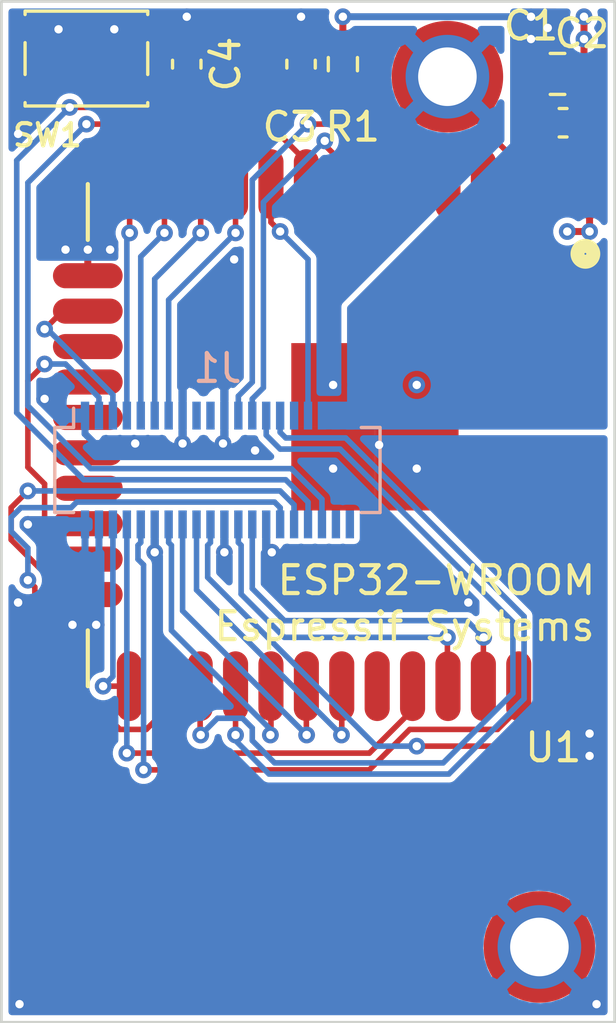
<source format=kicad_pcb>
(kicad_pcb (version 20171130) (host pcbnew "(5.1.9-0-10_14)")

  (general
    (thickness 1.6)
    (drawings 4)
    (tracks 290)
    (zones 0)
    (modules 10)
    (nets 42)
  )

  (page A4)
  (title_block
    (title "mikroPhone WiFi ESP32 adapter")
    (date 2024-01-22)
    (rev 4.0)
  )

  (layers
    (0 F.Cu signal)
    (1 GND power)
    (2 PWR power)
    (31 B.Cu signal)
    (32 B.Adhes user)
    (33 F.Adhes user)
    (34 B.Paste user)
    (35 F.Paste user)
    (36 B.SilkS user)
    (37 F.SilkS user)
    (38 B.Mask user)
    (39 F.Mask user)
    (40 Dwgs.User user)
    (41 Cmts.User user)
    (42 Eco1.User user)
    (43 Eco2.User user)
    (44 Edge.Cuts user)
    (45 Margin user)
    (46 B.CrtYd user)
    (47 F.CrtYd user)
    (48 B.Fab user hide)
    (49 F.Fab user hide)
  )

  (setup
    (last_trace_width 0.2)
    (trace_clearance 0.2)
    (zone_clearance 0.2032)
    (zone_45_only no)
    (trace_min 0.09)
    (via_size 0.6)
    (via_drill 0.3)
    (via_min_size 0.46)
    (via_min_drill 0.2)
    (uvia_size 0.3)
    (uvia_drill 0.1)
    (uvias_allowed no)
    (uvia_min_size 0.2)
    (uvia_min_drill 0.1)
    (edge_width 0.1)
    (segment_width 0.2)
    (pcb_text_width 0.125)
    (pcb_text_size 0.5 0.5)
    (mod_edge_width 0.05)
    (mod_text_size 0.6 0.6)
    (mod_text_width 0.125)
    (pad_size 4 4)
    (pad_drill 2.1)
    (pad_to_mask_clearance 0)
    (aux_axis_origin 106 72)
    (grid_origin 106 72)
    (visible_elements FFFFF7FF)
    (pcbplotparams
      (layerselection 0x010fc_ffffffff)
      (usegerberextensions true)
      (usegerberattributes false)
      (usegerberadvancedattributes false)
      (creategerberjobfile false)
      (excludeedgelayer true)
      (linewidth 0.100000)
      (plotframeref false)
      (viasonmask false)
      (mode 1)
      (useauxorigin false)
      (hpglpennumber 1)
      (hpglpenspeed 20)
      (hpglpendiameter 15.000000)
      (psnegative false)
      (psa4output false)
      (plotreference true)
      (plotvalue true)
      (plotinvisibletext false)
      (padsonsilk false)
      (subtractmaskfromsilk true)
      (outputformat 1)
      (mirror false)
      (drillshape 0)
      (scaleselection 1)
      (outputdirectory "fab/"))
  )

  (net 0 "")
  (net 1 GND)
  (net 2 +3V3)
  (net 3 /ESP32_EN)
  (net 4 /HSPI_SS0)
  (net 5 /HSPI_MOSI)
  (net 6 /HSPI_MISO)
  (net 7 /HSPI_SCK)
  (net 8 /IO27)
  (net 9 /IO26)
  (net 10 /USB_D_N)
  (net 11 /USB_D_P)
  (net 12 /UART2_RI)
  (net 13 /UART2_DTR)
  (net 14 /UART2_RXD)
  (net 15 /UART2_TXD)
  (net 16 /USB_MUX_S)
  (net 17 /WAKE)
  (net 18 /GPIO_22)
  (net 19 /GPIO_20)
  (net 20 /VSPI_SS0)
  (net 21 /VSPI_SCK)
  (net 22 /VSPI_MISO)
  (net 23 /VSPI_MOSI)
  (net 24 /UART0_RXD)
  (net 25 /UART0_TXD)
  (net 26 /PCM_SYNC)
  (net 27 /PCM_DO)
  (net 28 /PCM_DI)
  (net 29 /PCM_CLK)
  (net 30 /USB_MUX_EN)
  (net 31 "Net-(U1-Pad4)")
  (net 32 "Net-(U1-Pad5)")
  (net 33 "Net-(U1-Pad17)")
  (net 34 "Net-(U1-Pad18)")
  (net 35 "Net-(U1-Pad19)")
  (net 36 "Net-(U1-Pad20)")
  (net 37 "Net-(U1-Pad21)")
  (net 38 "Net-(U1-Pad22)")
  (net 39 "Net-(U1-Pad32)")
  (net 40 /~PERST)
  (net 41 /~W_DISABLE)

  (net_class Default "This is the default net class."
    (clearance 0.2)
    (trace_width 0.2)
    (via_dia 0.6)
    (via_drill 0.3)
    (uvia_dia 0.3)
    (uvia_drill 0.1)
    (add_net /ESP32_EN)
    (add_net /GPIO_20)
    (add_net /GPIO_22)
    (add_net /HSPI_MISO)
    (add_net /HSPI_MOSI)
    (add_net /HSPI_SCK)
    (add_net /HSPI_SS0)
    (add_net /IO26)
    (add_net /IO27)
    (add_net /PCM_CLK)
    (add_net /PCM_DI)
    (add_net /PCM_DO)
    (add_net /PCM_SYNC)
    (add_net /UART0_RXD)
    (add_net /UART0_TXD)
    (add_net /UART2_DTR)
    (add_net /UART2_RI)
    (add_net /UART2_RXD)
    (add_net /UART2_TXD)
    (add_net /USB_D_N)
    (add_net /USB_D_P)
    (add_net /USB_MUX_EN)
    (add_net /USB_MUX_S)
    (add_net /VSPI_MISO)
    (add_net /VSPI_MOSI)
    (add_net /VSPI_SCK)
    (add_net /VSPI_SS0)
    (add_net /WAKE)
    (add_net /~PERST)
    (add_net /~W_DISABLE)
    (add_net "Net-(U1-Pad17)")
    (add_net "Net-(U1-Pad18)")
    (add_net "Net-(U1-Pad19)")
    (add_net "Net-(U1-Pad20)")
    (add_net "Net-(U1-Pad21)")
    (add_net "Net-(U1-Pad22)")
    (add_net "Net-(U1-Pad32)")
    (add_net "Net-(U1-Pad4)")
    (add_net "Net-(U1-Pad5)")
  )

  (net_class POWER ""
    (clearance 0.2)
    (trace_width 0.25)
    (via_dia 0.6)
    (via_drill 0.3)
    (uvia_dia 0.3)
    (uvia_drill 0.1)
    (add_net +3V3)
  )

  (net_class POWER_GND ""
    (clearance 0.1524)
    (trace_width 0.25)
    (via_dia 0.6)
    (via_drill 0.3)
    (uvia_dia 0.3)
    (uvia_drill 0.1)
    (add_net GND)
  )

  (net_class USB2 ""
    (clearance 0.1524)
    (trace_width 0.2288)
    (via_dia 0.5)
    (via_drill 0.2)
    (uvia_dia 0.3)
    (uvia_drill 0.1)
    (diff_pair_width 0.2288)
    (diff_pair_gap 0.1524)
  )

  (module Connector_Molex:Molex_SlimStack_55560-0401_2x20_P0.50mm_Vertical (layer B.Cu) (tedit 64EC8225) (tstamp 64EC884B)
    (at 113.75 88.8 180)
    (descr "Molex SlimStack Fine-Pitch SMT Board-to-Board Connectors, 55560-0401, 40 Pins (http://www.molex.com/pdm_docs/sd/555600207_sd.pdf), generated with kicad-footprint-generator")
    (tags "connector Molex SlimStack side entry")
    (path /64F71377)
    (attr smd)
    (fp_text reference J1 (at 0 3.65) (layer B.SilkS)
      (effects (font (size 1 1) (thickness 0.15)) (justify mirror))
    )
    (fp_text value WiFi (at 0 -3.65) (layer B.Fab)
      (effects (font (size 1 1) (thickness 0.15)) (justify mirror))
    )
    (fp_line (start 5.725 1.415) (end 5.725 -1.415) (layer B.Fab) (width 0.1))
    (fp_line (start 5.725 -1.415) (end -5.725 -1.415) (layer B.Fab) (width 0.1))
    (fp_line (start -5.725 -1.415) (end -5.725 1.415) (layer B.Fab) (width 0.1))
    (fp_line (start -5.725 1.415) (end 5.725 1.415) (layer B.Fab) (width 0.1))
    (fp_line (start 5.16 1.525) (end 5.16 2.215) (layer B.Fab) (width 0.1))
    (fp_line (start 5.16 -1.525) (end 5.835 -1.525) (layer B.SilkS) (width 0.12))
    (fp_line (start 5.835 -1.525) (end 5.835 1.525) (layer B.SilkS) (width 0.12))
    (fp_line (start 5.835 1.525) (end 5.16 1.525) (layer B.SilkS) (width 0.12))
    (fp_line (start 5.16 1.525) (end 5.16 2.215) (layer B.SilkS) (width 0.12))
    (fp_line (start -5.16 -1.525) (end -5.835 -1.525) (layer B.SilkS) (width 0.12))
    (fp_line (start -5.835 -1.525) (end -5.835 1.525) (layer B.SilkS) (width 0.12))
    (fp_line (start -5.835 1.525) (end -5.16 1.525) (layer B.SilkS) (width 0.12))
    (fp_line (start 6.22 2.95) (end 6.22 -2.95) (layer B.CrtYd) (width 0.05))
    (fp_line (start 6.22 -2.95) (end -6.22 -2.95) (layer B.CrtYd) (width 0.05))
    (fp_line (start -6.22 -2.95) (end -6.22 2.95) (layer B.CrtYd) (width 0.05))
    (fp_line (start -6.22 2.95) (end 6.22 2.95) (layer B.CrtYd) (width 0.05))
    (fp_text user %R (at 0 0) (layer B.Fab)
      (effects (font (size 1 1) (thickness 0.15)) (justify mirror))
    )
    (pad 1 smd rect (at 4.75 1.95 180) (size 0.3 1) (layers B.Cu B.Paste B.Mask)
      (net 1 GND))
    (pad 3 smd rect (at 4.25 1.95 180) (size 0.3 1) (layers B.Cu B.Paste B.Mask)
      (net 4 /HSPI_SS0))
    (pad 5 smd rect (at 3.75 1.95 180) (size 0.3 1) (layers B.Cu B.Paste B.Mask)
      (net 5 /HSPI_MOSI))
    (pad 7 smd rect (at 3.25 1.95 180) (size 0.3 1) (layers B.Cu B.Paste B.Mask)
      (net 6 /HSPI_MISO))
    (pad 9 smd rect (at 2.75 1.95 180) (size 0.3 1) (layers B.Cu B.Paste B.Mask)
      (net 7 /HSPI_SCK))
    (pad 11 smd rect (at 2.25 1.95 180) (size 0.3 1) (layers B.Cu B.Paste B.Mask)
      (net 8 /IO27))
    (pad 13 smd rect (at 1.75 1.95 180) (size 0.3 1) (layers B.Cu B.Paste B.Mask)
      (net 9 /IO26))
    (pad 15 smd rect (at 1.25 1.95 180) (size 0.3 1) (layers B.Cu B.Paste B.Mask)
      (net 1 GND))
    (pad 17 smd rect (at 0.75 1.95 180) (size 0.3 1) (layers B.Cu B.Paste B.Mask)
      (net 10 /USB_D_N))
    (pad 19 smd rect (at 0.25 1.95 180) (size 0.3 1) (layers B.Cu B.Paste B.Mask)
      (net 11 /USB_D_P))
    (pad 21 smd rect (at -0.25 1.95 180) (size 0.3 1) (layers B.Cu B.Paste B.Mask)
      (net 1 GND))
    (pad 23 smd rect (at -0.75 1.95 180) (size 0.3 1) (layers B.Cu B.Paste B.Mask)
      (net 12 /UART2_RI))
    (pad 25 smd rect (at -1.25 1.95 180) (size 0.3 1) (layers B.Cu B.Paste B.Mask)
      (net 13 /UART2_DTR))
    (pad 27 smd rect (at -1.75 1.95 180) (size 0.3 1) (layers B.Cu B.Paste B.Mask)
      (net 14 /UART2_RXD))
    (pad 29 smd rect (at -2.25 1.95 180) (size 0.3 1) (layers B.Cu B.Paste B.Mask)
      (net 15 /UART2_TXD))
    (pad 31 smd rect (at -2.75 1.95 180) (size 0.3 1) (layers B.Cu B.Paste B.Mask)
      (net 30 /USB_MUX_EN))
    (pad 33 smd rect (at -3.25 1.95 180) (size 0.3 1) (layers B.Cu B.Paste B.Mask)
      (net 40 /~PERST))
    (pad 35 smd rect (at -3.75 1.95 180) (size 0.3 1) (layers B.Cu B.Paste B.Mask)
      (net 2 +3V3))
    (pad 37 smd rect (at -4.25 1.95 180) (size 0.3 1) (layers B.Cu B.Paste B.Mask)
      (net 2 +3V3))
    (pad 39 smd rect (at -4.75 1.95 180) (size 0.3 1) (layers B.Cu B.Paste B.Mask)
      (net 2 +3V3))
    (pad 2 smd rect (at 4.75 -1.95 180) (size 0.3 1) (layers B.Cu B.Paste B.Mask)
      (net 1 GND))
    (pad 4 smd rect (at 4.25 -1.95 180) (size 0.3 1) (layers B.Cu B.Paste B.Mask)
      (net 1 GND))
    (pad 6 smd rect (at 3.75 -1.95 180) (size 0.3 1) (layers B.Cu B.Paste B.Mask)
      (net 17 /WAKE))
    (pad 8 smd rect (at 3.25 -1.95 180) (size 0.3 1) (layers B.Cu B.Paste B.Mask)
      (net 18 /GPIO_22))
    (pad 10 smd rect (at 2.75 -1.95 180) (size 0.3 1) (layers B.Cu B.Paste B.Mask)
      (net 19 /GPIO_20))
    (pad 12 smd rect (at 2.25 -1.95 180) (size 0.3 1) (layers B.Cu B.Paste B.Mask)
      (net 1 GND))
    (pad 14 smd rect (at 1.75 -1.95 180) (size 0.3 1) (layers B.Cu B.Paste B.Mask)
      (net 20 /VSPI_SS0))
    (pad 16 smd rect (at 1.25 -1.95 180) (size 0.3 1) (layers B.Cu B.Paste B.Mask)
      (net 21 /VSPI_SCK))
    (pad 18 smd rect (at 0.75 -1.95 180) (size 0.3 1) (layers B.Cu B.Paste B.Mask)
      (net 22 /VSPI_MISO))
    (pad 20 smd rect (at 0.25 -1.95 180) (size 0.3 1) (layers B.Cu B.Paste B.Mask)
      (net 23 /VSPI_MOSI))
    (pad 22 smd rect (at -0.25 -1.95 180) (size 0.3 1) (layers B.Cu B.Paste B.Mask)
      (net 1 GND))
    (pad 24 smd rect (at -0.75 -1.95 180) (size 0.3 1) (layers B.Cu B.Paste B.Mask)
      (net 24 /UART0_RXD))
    (pad 26 smd rect (at -1.25 -1.95 180) (size 0.3 1) (layers B.Cu B.Paste B.Mask)
      (net 25 /UART0_TXD))
    (pad 28 smd rect (at -1.75 -1.95 180) (size 0.3 1) (layers B.Cu B.Paste B.Mask)
      (net 1 GND))
    (pad 30 smd rect (at -2.25 -1.95 180) (size 0.3 1) (layers B.Cu B.Paste B.Mask)
      (net 26 /PCM_SYNC))
    (pad 32 smd rect (at -2.75 -1.95 180) (size 0.3 1) (layers B.Cu B.Paste B.Mask)
      (net 27 /PCM_DO))
    (pad 34 smd rect (at -3.25 -1.95 180) (size 0.3 1) (layers B.Cu B.Paste B.Mask)
      (net 28 /PCM_DI))
    (pad 36 smd rect (at -3.75 -1.95 180) (size 0.3 1) (layers B.Cu B.Paste B.Mask)
      (net 29 /PCM_CLK))
    (pad 38 smd rect (at -4.25 -1.95 180) (size 0.3 1) (layers B.Cu B.Paste B.Mask)
      (net 16 /USB_MUX_S))
    (pad 40 smd rect (at -4.75 -1.95 180) (size 0.3 1) (layers B.Cu B.Paste B.Mask)
      (net 41 /~W_DISABLE))
    (model ${KISYS3DMOD}/Connector_Molex.3dshapes/Molex_SlimStack_55560-0401_2x20_P0.50mm_Vertical.wrl
      (at (xyz 0 0 0))
      (scale (xyz 1 1 1))
      (rotate (xyz 0 0 0))
    )
  )

  (module footprints:Espressif_ESP32-WROOM (layer F.Cu) (tedit 5D66B0BD) (tstamp 64EA1CD8)
    (at 121.85 87.55 90)
    (path /6176A093)
    (fp_text reference U1 (at -11.2 3.95 180) (layer F.SilkS)
      (effects (font (size 1 1) (thickness 0.15)))
    )
    (fp_text value ESP32-WROOM (at 0 9.9 90) (layer F.Fab)
      (effects (font (size 1 1) (thickness 0.15)))
    )
    (fp_circle (center 6.5 5.1) (end 6.627 5.354) (layer F.SilkS) (width 0.5))
    (fp_line (start 9 -12.75) (end 7 -12.75) (layer F.SilkS) (width 0.15))
    (fp_line (start -9 -12.75) (end -7 -12.75) (layer F.SilkS) (width 0.15))
    (fp_text user ESP32-WROOM (at -5.207 -0.246) (layer F.SilkS)
      (effects (font (size 1 1) (thickness 0.15)))
    )
    (fp_text user "Espressif Systems" (at -6.858 -1.389) (layer F.SilkS)
      (effects (font (size 1 1) (thickness 0.15)))
    )
    (pad 39 smd rect (at -1.2 -0.95 90) (size 3 3) (layers F.Cu F.Paste F.Mask)
      (net 1 GND))
    (pad 39 smd rect (at 1.8 -0.95 90) (size 3 3) (layers F.Cu F.Paste F.Mask)
      (net 1 GND))
    (pad 39 smd rect (at 1.8 -3.95 90) (size 3 3) (layers F.Cu F.Paste F.Mask)
      (net 1 GND))
    (pad 39 smd rect (at -1.2 -3.95 90) (size 3 3) (layers F.Cu F.Paste F.Mask)
      (net 1 GND))
    (pad 1 smd oval (at 9 5.25 90) (size 2.5 0.9) (layers F.Cu F.Paste F.Mask)
      (net 1 GND))
    (pad 2 smd oval (at 9 3.98 90) (size 2.5 0.9) (layers F.Cu F.Paste F.Mask)
      (net 2 +3V3))
    (pad 3 smd oval (at 9 2.71 90) (size 2.5 0.9) (layers F.Cu F.Paste F.Mask)
      (net 3 /ESP32_EN))
    (pad 4 smd oval (at 9 1.44 90) (size 2.5 0.9) (layers F.Cu F.Paste F.Mask)
      (net 31 "Net-(U1-Pad4)"))
    (pad 5 smd oval (at 9 0.17 90) (size 2.5 0.9) (layers F.Cu F.Paste F.Mask)
      (net 32 "Net-(U1-Pad5)"))
    (pad 6 smd oval (at 9 -1.1 90) (size 2.5 0.9) (layers F.Cu F.Paste F.Mask)
      (net 28 /PCM_DI))
    (pad 7 smd oval (at 9 -2.37 90) (size 2.5 0.9) (layers F.Cu F.Paste F.Mask)
      (net 12 /UART2_RI))
    (pad 8 smd oval (at 9 -3.64 90) (size 2.5 0.9) (layers F.Cu F.Paste F.Mask)
      (net 13 /UART2_DTR))
    (pad 9 smd oval (at 9 -4.91 90) (size 2.5 0.9) (layers F.Cu F.Paste F.Mask)
      (net 29 /PCM_CLK))
    (pad 10 smd oval (at 9 -6.18 90) (size 2.5 0.9) (layers F.Cu F.Paste F.Mask)
      (net 40 /~PERST))
    (pad 11 smd oval (at 9 -7.45 90) (size 2.5 0.9) (layers F.Cu F.Paste F.Mask)
      (net 9 /IO26))
    (pad 12 smd oval (at 9 -8.72 90) (size 2.5 0.9) (layers F.Cu F.Paste F.Mask)
      (net 8 /IO27))
    (pad 13 smd oval (at 9 -9.99 90) (size 2.5 0.9) (layers F.Cu F.Paste F.Mask)
      (net 7 /HSPI_SCK))
    (pad 14 smd oval (at 9 -11.26 90) (size 2.5 0.9) (layers F.Cu F.Paste F.Mask)
      (net 6 /HSPI_MISO))
    (pad 15 smd oval (at 5.715 -12.75 90) (size 0.9 2.5) (layers F.Cu F.Paste F.Mask)
      (net 1 GND))
    (pad 16 smd oval (at 4.445 -12.75 90) (size 0.9 2.5) (layers F.Cu F.Paste F.Mask)
      (net 5 /HSPI_MOSI))
    (pad 17 smd oval (at 3.175 -12.75 90) (size 0.9 2.5) (layers F.Cu F.Paste F.Mask)
      (net 33 "Net-(U1-Pad17)"))
    (pad 18 smd oval (at 1.905 -12.75 90) (size 0.9 2.5) (layers F.Cu F.Paste F.Mask)
      (net 34 "Net-(U1-Pad18)"))
    (pad 19 smd oval (at 0.635 -12.75 90) (size 0.9 2.5) (layers F.Cu F.Paste F.Mask)
      (net 35 "Net-(U1-Pad19)"))
    (pad 20 smd oval (at -0.635 -12.75 90) (size 0.9 2.5) (layers F.Cu F.Paste F.Mask)
      (net 36 "Net-(U1-Pad20)"))
    (pad 21 smd oval (at -1.905 -12.75 90) (size 0.9 2.5) (layers F.Cu F.Paste F.Mask)
      (net 37 "Net-(U1-Pad21)"))
    (pad 22 smd oval (at -3.175 -12.75 90) (size 0.9 2.5) (layers F.Cu F.Paste F.Mask)
      (net 38 "Net-(U1-Pad22)"))
    (pad 23 smd oval (at -4.445 -12.75 90) (size 0.9 2.5) (layers F.Cu F.Paste F.Mask)
      (net 4 /HSPI_SS0))
    (pad 24 smd oval (at -5.715 -12.75 90) (size 0.9 2.5) (layers F.Cu F.Paste F.Mask)
      (net 27 /PCM_DO))
    (pad 25 smd oval (at -9 -11.26 90) (size 2.5 0.9) (layers F.Cu F.Paste F.Mask)
      (net 17 /WAKE))
    (pad 26 smd oval (at -9 -9.99 90) (size 2.5 0.9) (layers F.Cu F.Paste F.Mask)
      (net 26 /PCM_SYNC))
    (pad 27 smd oval (at -9 -8.72 90) (size 2.5 0.9) (layers F.Cu F.Paste F.Mask)
      (net 14 /UART2_RXD))
    (pad 28 smd oval (at -9 -7.45 90) (size 2.5 0.9) (layers F.Cu F.Paste F.Mask)
      (net 15 /UART2_TXD))
    (pad 29 smd oval (at -9 -6.18 90) (size 2.5 0.9) (layers F.Cu F.Paste F.Mask)
      (net 20 /VSPI_SS0))
    (pad 30 smd oval (at -9 -4.91 90) (size 2.5 0.9) (layers F.Cu F.Paste F.Mask)
      (net 21 /VSPI_SCK))
    (pad 31 smd oval (at -9 -3.64 90) (size 2.5 0.9) (layers F.Cu F.Paste F.Mask)
      (net 22 /VSPI_MISO))
    (pad 32 smd oval (at -9 -2.37 90) (size 2.5 0.9) (layers F.Cu F.Paste F.Mask)
      (net 39 "Net-(U1-Pad32)"))
    (pad 33 smd oval (at -9 -1.1 90) (size 2.5 0.9) (layers F.Cu F.Paste F.Mask)
      (net 18 /GPIO_22))
    (pad 34 smd oval (at -9 0.17 90) (size 2.5 0.9) (layers F.Cu F.Paste F.Mask)
      (net 24 /UART0_RXD))
    (pad 35 smd oval (at -9 1.44 90) (size 2.5 0.9) (layers F.Cu F.Paste F.Mask)
      (net 25 /UART0_TXD))
    (pad 36 smd oval (at -9 2.71 90) (size 2.5 0.9) (layers F.Cu F.Paste F.Mask)
      (net 19 /GPIO_20))
    (pad 37 smd oval (at -9 3.98 90) (size 2.5 0.9) (layers F.Cu F.Paste F.Mask)
      (net 23 /VSPI_MOSI))
    (pad 38 smd oval (at -9 5.25 90) (size 2.5 0.9) (layers F.Cu F.Paste F.Mask)
      (net 1 GND))
  )

  (module Capacitor_SMD:C_0603_1608Metric (layer F.Cu) (tedit 5F68FEEE) (tstamp 5FCA89B4)
    (at 126.15 76.35)
    (descr "Capacitor SMD 0603 (1608 Metric), square (rectangular) end terminal, IPC_7351 nominal, (Body size source: IPC-SM-782 page 76, https://www.pcb-3d.com/wordpress/wp-content/uploads/ipc-sm-782a_amendment_1_and_2.pdf), generated with kicad-footprint-generator")
    (tags capacitor)
    (path /5C506C38)
    (attr smd)
    (fp_text reference C2 (at 0.675 -3.2) (layer F.SilkS)
      (effects (font (size 1 1) (thickness 0.15)))
    )
    (fp_text value 0.1uF (at 4 0.05) (layer F.Fab)
      (effects (font (size 1 1) (thickness 0.15)))
    )
    (fp_line (start 1.48 0.73) (end -1.48 0.73) (layer F.CrtYd) (width 0.05))
    (fp_line (start 1.48 -0.73) (end 1.48 0.73) (layer F.CrtYd) (width 0.05))
    (fp_line (start -1.48 -0.73) (end 1.48 -0.73) (layer F.CrtYd) (width 0.05))
    (fp_line (start -1.48 0.73) (end -1.48 -0.73) (layer F.CrtYd) (width 0.05))
    (fp_line (start -0.14058 0.51) (end 0.14058 0.51) (layer F.SilkS) (width 0.12))
    (fp_line (start -0.14058 -0.51) (end 0.14058 -0.51) (layer F.SilkS) (width 0.12))
    (fp_line (start 0.8 0.4) (end -0.8 0.4) (layer F.Fab) (width 0.1))
    (fp_line (start 0.8 -0.4) (end 0.8 0.4) (layer F.Fab) (width 0.1))
    (fp_line (start -0.8 -0.4) (end 0.8 -0.4) (layer F.Fab) (width 0.1))
    (fp_line (start -0.8 0.4) (end -0.8 -0.4) (layer F.Fab) (width 0.1))
    (fp_text user %R (at 0 0) (layer F.Fab)
      (effects (font (size 0.4 0.4) (thickness 0.06)))
    )
    (pad 2 smd roundrect (at 0.775 0) (size 0.9 0.95) (layers F.Cu F.Paste F.Mask) (roundrect_rratio 0.25)
      (net 1 GND))
    (pad 1 smd roundrect (at -0.775 0) (size 0.9 0.95) (layers F.Cu F.Paste F.Mask) (roundrect_rratio 0.25)
      (net 2 +3V3))
    (model ${KISYS3DMOD}/Capacitor_SMD.3dshapes/C_0603_1608Metric.wrl
      (at (xyz 0 0 0))
      (scale (xyz 1 1 1))
      (rotate (xyz 0 0 0))
    )
  )

  (module Capacitor_SMD:C_0603_1608Metric (layer F.Cu) (tedit 5F68FEEE) (tstamp 5CB63157)
    (at 116.75 74.25 90)
    (descr "Capacitor SMD 0603 (1608 Metric), square (rectangular) end terminal, IPC_7351 nominal, (Body size source: IPC-SM-782 page 76, https://www.pcb-3d.com/wordpress/wp-content/uploads/ipc-sm-782a_amendment_1_and_2.pdf), generated with kicad-footprint-generator")
    (tags capacitor)
    (path /5C506CD9)
    (attr smd)
    (fp_text reference C3 (at -2.25 -0.4) (layer F.SilkS)
      (effects (font (size 1 1) (thickness 0.15)))
    )
    (fp_text value 10uF (at -3.8 0 270) (layer F.Fab)
      (effects (font (size 1 1) (thickness 0.15)))
    )
    (fp_line (start 1.48 0.73) (end -1.48 0.73) (layer F.CrtYd) (width 0.05))
    (fp_line (start 1.48 -0.73) (end 1.48 0.73) (layer F.CrtYd) (width 0.05))
    (fp_line (start -1.48 -0.73) (end 1.48 -0.73) (layer F.CrtYd) (width 0.05))
    (fp_line (start -1.48 0.73) (end -1.48 -0.73) (layer F.CrtYd) (width 0.05))
    (fp_line (start -0.14058 0.51) (end 0.14058 0.51) (layer F.SilkS) (width 0.12))
    (fp_line (start -0.14058 -0.51) (end 0.14058 -0.51) (layer F.SilkS) (width 0.12))
    (fp_line (start 0.8 0.4) (end -0.8 0.4) (layer F.Fab) (width 0.1))
    (fp_line (start 0.8 -0.4) (end 0.8 0.4) (layer F.Fab) (width 0.1))
    (fp_line (start -0.8 -0.4) (end 0.8 -0.4) (layer F.Fab) (width 0.1))
    (fp_line (start -0.8 0.4) (end -0.8 -0.4) (layer F.Fab) (width 0.1))
    (fp_text user %R (at 0 0 270) (layer F.Fab)
      (effects (font (size 0.4 0.4) (thickness 0.06)))
    )
    (pad 2 smd roundrect (at 0.775 0 90) (size 0.9 0.95) (layers F.Cu F.Paste F.Mask) (roundrect_rratio 0.25)
      (net 1 GND))
    (pad 1 smd roundrect (at -0.775 0 90) (size 0.9 0.95) (layers F.Cu F.Paste F.Mask) (roundrect_rratio 0.25)
      (net 3 /ESP32_EN))
    (model ${KISYS3DMOD}/Capacitor_SMD.3dshapes/C_0603_1608Metric.wrl
      (at (xyz 0 0 0))
      (scale (xyz 1 1 1))
      (rotate (xyz 0 0 0))
    )
  )

  (module Resistor_SMD:R_0603_1608Metric (layer F.Cu) (tedit 5F68FEEE) (tstamp 5CB637A1)
    (at 118.25 74.25 270)
    (descr "Resistor SMD 0603 (1608 Metric), square (rectangular) end terminal, IPC_7351 nominal, (Body size source: IPC-SM-782 page 72, https://www.pcb-3d.com/wordpress/wp-content/uploads/ipc-sm-782a_amendment_1_and_2.pdf), generated with kicad-footprint-generator")
    (tags resistor)
    (path /5C506D6E)
    (attr smd)
    (fp_text reference R1 (at 2.25 -0.35 180) (layer F.SilkS)
      (effects (font (size 1 1) (thickness 0.15)))
    )
    (fp_text value 10K (at 4.35 0 270) (layer F.Fab)
      (effects (font (size 1 1) (thickness 0.15)))
    )
    (fp_line (start 1.48 0.73) (end -1.48 0.73) (layer F.CrtYd) (width 0.05))
    (fp_line (start 1.48 -0.73) (end 1.48 0.73) (layer F.CrtYd) (width 0.05))
    (fp_line (start -1.48 -0.73) (end 1.48 -0.73) (layer F.CrtYd) (width 0.05))
    (fp_line (start -1.48 0.73) (end -1.48 -0.73) (layer F.CrtYd) (width 0.05))
    (fp_line (start -0.237258 0.5225) (end 0.237258 0.5225) (layer F.SilkS) (width 0.12))
    (fp_line (start -0.237258 -0.5225) (end 0.237258 -0.5225) (layer F.SilkS) (width 0.12))
    (fp_line (start 0.8 0.4125) (end -0.8 0.4125) (layer F.Fab) (width 0.1))
    (fp_line (start 0.8 -0.4125) (end 0.8 0.4125) (layer F.Fab) (width 0.1))
    (fp_line (start -0.8 -0.4125) (end 0.8 -0.4125) (layer F.Fab) (width 0.1))
    (fp_line (start -0.8 0.4125) (end -0.8 -0.4125) (layer F.Fab) (width 0.1))
    (fp_text user %R (at 0 0 270) (layer F.Fab)
      (effects (font (size 0.4 0.4) (thickness 0.06)))
    )
    (pad 2 smd roundrect (at 0.825 0 270) (size 0.8 0.95) (layers F.Cu F.Paste F.Mask) (roundrect_rratio 0.25)
      (net 3 /ESP32_EN))
    (pad 1 smd roundrect (at -0.825 0 270) (size 0.8 0.95) (layers F.Cu F.Paste F.Mask) (roundrect_rratio 0.25)
      (net 2 +3V3))
    (model ${KISYS3DMOD}/Resistor_SMD.3dshapes/R_0603_1608Metric.wrl
      (at (xyz 0 0 0))
      (scale (xyz 1 1 1))
      (rotate (xyz 0 0 0))
    )
  )

  (module Button_Switch_SMD:SW_SPST_PTS810 (layer F.Cu) (tedit 5B0610A8) (tstamp 60002A5B)
    (at 109.05 74.05 180)
    (descr "C&K Components, PTS 810 Series, Microminiature SMT Top Actuated, http://www.ckswitches.com/media/1476/pts810.pdf")
    (tags "SPST Button Switch")
    (path /5CC8732C)
    (attr smd)
    (fp_text reference SW1 (at 1.4 -2.75 180) (layer F.SilkS)
      (effects (font (size 0.8 0.8) (thickness 0.15)))
    )
    (fp_text value ESP32_RST (at -1.3 3.25) (layer F.Fab)
      (effects (font (size 1 1) (thickness 0.15)))
    )
    (fp_line (start 2.1 1.6) (end 2.1 -1.6) (layer F.Fab) (width 0.1))
    (fp_line (start 2.1 -1.6) (end -2.1 -1.6) (layer F.Fab) (width 0.1))
    (fp_line (start -2.1 -1.6) (end -2.1 1.6) (layer F.Fab) (width 0.1))
    (fp_line (start -2.1 1.6) (end 2.1 1.6) (layer F.Fab) (width 0.1))
    (fp_line (start -0.4 -1.1) (end 0.4 -1.1) (layer F.Fab) (width 0.1))
    (fp_line (start 0.4 1.1) (end -0.4 1.1) (layer F.Fab) (width 0.1))
    (fp_line (start 2.2 -1.7) (end -2.2 -1.7) (layer F.SilkS) (width 0.12))
    (fp_line (start -2.2 -1.7) (end -2.2 -1.58) (layer F.SilkS) (width 0.12))
    (fp_line (start -2.2 -0.57) (end -2.2 0.57) (layer F.SilkS) (width 0.12))
    (fp_line (start -2.2 1.58) (end -2.2 1.7) (layer F.SilkS) (width 0.12))
    (fp_line (start -2.2 1.7) (end 2.2 1.7) (layer F.SilkS) (width 0.12))
    (fp_line (start 2.2 1.7) (end 2.2 1.58) (layer F.SilkS) (width 0.12))
    (fp_line (start 2.2 0.57) (end 2.2 -0.57) (layer F.SilkS) (width 0.12))
    (fp_line (start 2.2 -1.58) (end 2.2 -1.7) (layer F.SilkS) (width 0.12))
    (fp_line (start 2.85 -1.85) (end 2.85 1.85) (layer F.CrtYd) (width 0.05))
    (fp_line (start 2.85 1.85) (end -2.85 1.85) (layer F.CrtYd) (width 0.05))
    (fp_line (start -2.85 1.85) (end -2.85 -1.85) (layer F.CrtYd) (width 0.05))
    (fp_line (start -2.85 -1.85) (end 2.85 -1.85) (layer F.CrtYd) (width 0.05))
    (fp_arc (start 0.4 0) (end 0.4 -1.1) (angle 180) (layer F.Fab) (width 0.1))
    (fp_arc (start -0.4 0) (end -0.4 1.1) (angle 180) (layer F.Fab) (width 0.1))
    (fp_text user %R (at 0 0) (layer F.Fab)
      (effects (font (size 0.6 0.6) (thickness 0.09)))
    )
    (pad 2 smd rect (at 2.075 1.075 180) (size 1.05 0.65) (layers F.Cu F.Paste F.Mask)
      (net 1 GND))
    (pad 2 smd rect (at -2.075 1.075 180) (size 1.05 0.65) (layers F.Cu F.Paste F.Mask)
      (net 1 GND))
    (pad 1 smd rect (at 2.075 -1.075 180) (size 1.05 0.65) (layers F.Cu F.Paste F.Mask)
      (net 3 /ESP32_EN))
    (pad 1 smd rect (at -2.075 -1.075 180) (size 1.05 0.65) (layers F.Cu F.Paste F.Mask)
      (net 3 /ESP32_EN))
    (model ${KISYS3DMOD}/Button_Switch_SMD.3dshapes/SW_SPST_PTS810.wrl
      (at (xyz 0 0 0))
      (scale (xyz 1 1 1))
      (rotate (xyz 0 0 0))
    )
  )

  (module Capacitor_SMD:C_0805_2012Metric (layer F.Cu) (tedit 5F68FEEE) (tstamp 64ECA4D4)
    (at 125.95 74.6)
    (descr "Capacitor SMD 0805 (2012 Metric), square (rectangular) end terminal, IPC_7351 nominal, (Body size source: IPC-SM-782 page 76, https://www.pcb-3d.com/wordpress/wp-content/uploads/ipc-sm-782a_amendment_1_and_2.pdf, https://docs.google.com/spreadsheets/d/1BsfQQcO9C6DZCsRaXUlFlo91Tg2WpOkGARC1WS5S8t0/edit?usp=sharing), generated with kicad-footprint-generator")
    (tags capacitor)
    (path /5C506C85)
    (attr smd)
    (fp_text reference C1 (at -0.95 -1.725) (layer F.SilkS)
      (effects (font (size 1 1) (thickness 0.15)))
    )
    (fp_text value 22uF (at 3.65 0) (layer F.Fab)
      (effects (font (size 1 1) (thickness 0.15)))
    )
    (fp_line (start 1.7 0.98) (end -1.7 0.98) (layer F.CrtYd) (width 0.05))
    (fp_line (start 1.7 -0.98) (end 1.7 0.98) (layer F.CrtYd) (width 0.05))
    (fp_line (start -1.7 -0.98) (end 1.7 -0.98) (layer F.CrtYd) (width 0.05))
    (fp_line (start -1.7 0.98) (end -1.7 -0.98) (layer F.CrtYd) (width 0.05))
    (fp_line (start -0.261252 0.735) (end 0.261252 0.735) (layer F.SilkS) (width 0.12))
    (fp_line (start -0.261252 -0.735) (end 0.261252 -0.735) (layer F.SilkS) (width 0.12))
    (fp_line (start 1 0.625) (end -1 0.625) (layer F.Fab) (width 0.1))
    (fp_line (start 1 -0.625) (end 1 0.625) (layer F.Fab) (width 0.1))
    (fp_line (start -1 -0.625) (end 1 -0.625) (layer F.Fab) (width 0.1))
    (fp_line (start -1 0.625) (end -1 -0.625) (layer F.Fab) (width 0.1))
    (fp_text user %R (at 0 0) (layer F.Fab)
      (effects (font (size 0.5 0.5) (thickness 0.08)))
    )
    (pad 2 smd roundrect (at 0.95 0) (size 1 1.45) (layers F.Cu F.Paste F.Mask) (roundrect_rratio 0.25)
      (net 1 GND))
    (pad 1 smd roundrect (at -0.95 0) (size 1 1.45) (layers F.Cu F.Paste F.Mask) (roundrect_rratio 0.25)
      (net 2 +3V3))
    (model ${KISYS3DMOD}/Capacitor_SMD.3dshapes/C_0805_2012Metric.wrl
      (at (xyz 0 0 0))
      (scale (xyz 1 1 1))
      (rotate (xyz 0 0 0))
    )
  )

  (module Capacitor_SMD:C_0603_1608Metric (layer F.Cu) (tedit 5F68FEEE) (tstamp 600E250D)
    (at 112.65 74.25 90)
    (descr "Capacitor SMD 0603 (1608 Metric), square (rectangular) end terminal, IPC_7351 nominal, (Body size source: IPC-SM-782 page 76, https://www.pcb-3d.com/wordpress/wp-content/uploads/ipc-sm-782a_amendment_1_and_2.pdf), generated with kicad-footprint-generator")
    (tags capacitor)
    (path /62863E5F)
    (attr smd)
    (fp_text reference C4 (at 0 1.4 90) (layer F.SilkS)
      (effects (font (size 1 1) (thickness 0.15)))
    )
    (fp_text value 0.1uF (at -3.55 0 90) (layer F.Fab)
      (effects (font (size 1 1) (thickness 0.15)))
    )
    (fp_line (start 1.48 0.73) (end -1.48 0.73) (layer F.CrtYd) (width 0.05))
    (fp_line (start 1.48 -0.73) (end 1.48 0.73) (layer F.CrtYd) (width 0.05))
    (fp_line (start -1.48 -0.73) (end 1.48 -0.73) (layer F.CrtYd) (width 0.05))
    (fp_line (start -1.48 0.73) (end -1.48 -0.73) (layer F.CrtYd) (width 0.05))
    (fp_line (start -0.14058 0.51) (end 0.14058 0.51) (layer F.SilkS) (width 0.12))
    (fp_line (start -0.14058 -0.51) (end 0.14058 -0.51) (layer F.SilkS) (width 0.12))
    (fp_line (start 0.8 0.4) (end -0.8 0.4) (layer F.Fab) (width 0.1))
    (fp_line (start 0.8 -0.4) (end 0.8 0.4) (layer F.Fab) (width 0.1))
    (fp_line (start -0.8 -0.4) (end 0.8 -0.4) (layer F.Fab) (width 0.1))
    (fp_line (start -0.8 0.4) (end -0.8 -0.4) (layer F.Fab) (width 0.1))
    (fp_text user %R (at 0 0 90) (layer F.Fab)
      (effects (font (size 0.4 0.4) (thickness 0.06)))
    )
    (pad 2 smd roundrect (at 0.775 0 90) (size 0.9 0.95) (layers F.Cu F.Paste F.Mask) (roundrect_rratio 0.25)
      (net 1 GND))
    (pad 1 smd roundrect (at -0.775 0 90) (size 0.9 0.95) (layers F.Cu F.Paste F.Mask) (roundrect_rratio 0.25)
      (net 3 /ESP32_EN))
    (model ${KISYS3DMOD}/Capacitor_SMD.3dshapes/C_0603_1608Metric.wrl
      (at (xyz 0 0 0))
      (scale (xyz 1 1 1))
      (rotate (xyz 0 0 0))
    )
  )

  (module footprints:Spacer_small (layer F.Cu) (tedit 61BFD32E) (tstamp 64EC8ED8)
    (at 122 74.7)
    (path /64EE975F)
    (fp_text reference J2 (at 0 2.8) (layer F.SilkS) hide
      (effects (font (size 1 1) (thickness 0.15)))
    )
    (fp_text value Spacer (at 0 -2.7) (layer F.Fab)
      (effects (font (size 1 1) (thickness 0.15)))
    )
    (pad 1 thru_hole circle (at 0 0) (size 3 3) (drill 2.1) (layers *.Cu *.Mask)
      (net 1 GND))
    (pad 1 smd circle (at 0 0) (size 4 4) (layers F.Cu F.Mask)
      (net 1 GND))
  )

  (module footprints:Spacer_small (layer F.Cu) (tedit 61BFD32E) (tstamp 64EC8EDE)
    (at 125.3 105.9)
    (path /64EEA09B)
    (fp_text reference J3 (at 0 2.8) (layer F.SilkS) hide
      (effects (font (size 1 1) (thickness 0.15)))
    )
    (fp_text value Spacer (at 0 -2.7) (layer F.Fab)
      (effects (font (size 1 1) (thickness 0.15)))
    )
    (pad 1 smd circle (at 0 0) (size 4 4) (layers F.Cu F.Mask)
      (net 1 GND))
    (pad 1 thru_hole circle (at 0 0) (size 3 3) (drill 2.1) (layers *.Cu *.Mask)
      (net 1 GND))
  )

  (gr_line (start 106 72) (end 128 72) (layer Edge.Cuts) (width 0.1) (tstamp 64EC8F40))
  (gr_line (start 106 108.6) (end 106 72) (layer Edge.Cuts) (width 0.1))
  (gr_line (start 128 108.6) (end 106 108.6) (layer Edge.Cuts) (width 0.1))
  (gr_line (start 128 108.6) (end 128 72) (layer Edge.Cuts) (width 0.1))

  (via (at 119.55 87.9) (size 0.6) (drill 0.3) (layers F.Cu B.Cu) (net 1))
  (via (at 110.05 73) (size 0.6) (drill 0.3) (layers F.Cu B.Cu) (net 1))
  (segment (start 108.025 72.975) (end 108.05 73) (width 0.25) (layer F.Cu) (net 1))
  (via (at 108.05 73) (size 0.6) (drill 0.3) (layers F.Cu B.Cu) (net 1))
  (segment (start 107.025 72.975) (end 108.025 72.975) (width 0.25) (layer F.Cu) (net 1))
  (segment (start 110.075 72.975) (end 110.05 73) (width 0.25) (layer F.Cu) (net 1))
  (segment (start 111.125 72.975) (end 110.075 72.975) (width 0.25) (layer F.Cu) (net 1))
  (via (at 117.9 88.75) (size 0.6) (drill 0.3) (layers F.Cu B.Cu) (net 1))
  (via (at 120.9 88.75) (size 0.6) (drill 0.3) (layers F.Cu B.Cu) (net 1))
  (via (at 120.9 85.75) (size 0.6) (drill 0.3) (layers F.Cu B.Cu) (net 1))
  (via (at 117.9 85.75) (size 0.6) (drill 0.3) (layers F.Cu B.Cu) (net 1))
  (segment (start 127.1 76.525) (end 127.1 78.55) (width 0.6) (layer F.Cu) (net 1))
  (segment (start 126.925 76.35) (end 127.1 76.525) (width 0.6) (layer F.Cu) (net 1))
  (segment (start 126.925 74.625) (end 126.925 76.35) (width 0.6) (layer F.Cu) (net 1))
  (segment (start 126.9 74.6) (end 126.925 74.625) (width 0.6) (layer F.Cu) (net 1))
  (via (at 112.65 72.55) (size 0.6) (drill 0.3) (layers F.Cu B.Cu) (net 1))
  (segment (start 112.65 73.475) (end 112.65 72.55) (width 0.25) (layer F.Cu) (net 1))
  (via (at 116.75 72.55) (size 0.6) (drill 0.3) (layers F.Cu B.Cu) (net 1))
  (segment (start 116.75 73.475) (end 116.75 72.55) (width 0.25) (layer F.Cu) (net 1))
  (via (at 112.5 87.85) (size 0.6) (drill 0.3) (layers F.Cu B.Cu) (net 1))
  (segment (start 112.5 86.85) (end 112.5 87.85) (width 0.25) (layer B.Cu) (net 1))
  (via (at 115.7 91.75) (size 0.6) (drill 0.3) (layers F.Cu B.Cu) (net 1))
  (segment (start 115.5 91.55) (end 115.7 91.75) (width 0.25) (layer B.Cu) (net 1))
  (segment (start 115.5 90.75) (end 115.5 91.55) (width 0.25) (layer B.Cu) (net 1))
  (via (at 114 91.75) (size 0.6) (drill 0.3) (layers F.Cu B.Cu) (net 1))
  (segment (start 114 90.75) (end 114 91.75) (width 0.25) (layer B.Cu) (net 1))
  (via (at 111.5 91.75) (size 0.6) (drill 0.3) (layers F.Cu B.Cu) (net 1))
  (segment (start 111.5 90.75) (end 111.5 91.75) (width 0.25) (layer B.Cu) (net 1))
  (segment (start 109 86.85) (end 109 87.5) (width 0.25) (layer B.Cu) (net 1))
  (segment (start 109 87.5) (end 109.35 87.85) (width 0.25) (layer B.Cu) (net 1))
  (via (at 109.4 94.35) (size 0.6) (drill 0.3) (layers F.Cu B.Cu) (net 1))
  (segment (start 109.5 94.25) (end 109.4 94.35) (width 0.25) (layer B.Cu) (net 1))
  (segment (start 109.5 90.75) (end 109.5 94.25) (width 0.25) (layer B.Cu) (net 1))
  (segment (start 109 90.75) (end 109 93.9) (width 0.25) (layer B.Cu) (net 1))
  (via (at 108.55 94.35) (size 0.6) (drill 0.3) (layers F.Cu B.Cu) (net 1))
  (segment (start 109 93.9) (end 108.55 94.35) (width 0.25) (layer B.Cu) (net 1))
  (via (at 109.1 80.9) (size 0.6) (drill 0.3) (layers F.Cu B.Cu) (net 1))
  (segment (start 109.1 81.835) (end 109.1 80.9) (width 0.25) (layer F.Cu) (net 1))
  (via (at 127.1 98.25) (size 0.6) (drill 0.3) (layers F.Cu B.Cu) (net 1))
  (segment (start 127.1 96.55) (end 127.1 98.25) (width 0.25) (layer F.Cu) (net 1))
  (via (at 127.1 80.25) (size 0.6) (drill 0.3) (layers F.Cu B.Cu) (net 1))
  (segment (start 127.1 78.55) (end 127.1 80.25) (width 0.25) (layer F.Cu) (net 1))
  (via (at 126.9 72.55) (size 0.6) (drill 0.3) (layers F.Cu B.Cu) (net 1))
  (via (at 126.9 73.35) (size 0.6) (drill 0.3) (layers F.Cu B.Cu) (net 1))
  (segment (start 126.9 72.55) (end 126.9 73.35) (width 0.25) (layer F.Cu) (net 1))
  (segment (start 126.9 73.35) (end 126.9 74.6) (width 0.25) (layer F.Cu) (net 1))
  (via (at 110.8 87.85) (size 0.6) (drill 0.3) (layers F.Cu B.Cu) (net 1))
  (segment (start 109.35 87.85) (end 110.8 87.85) (width 0.25) (layer B.Cu) (net 1))
  (via (at 127.1 99.05) (size 0.6) (drill 0.3) (layers F.Cu B.Cu) (net 1))
  (segment (start 127.1 98.25) (end 127.1 99.05) (width 0.25) (layer F.Cu) (net 1))
  (via (at 126.3 80.25) (size 0.6) (drill 0.3) (layers F.Cu B.Cu) (net 1))
  (segment (start 127.1 80.25) (end 126.3 80.25) (width 0.25) (layer F.Cu) (net 1))
  (via (at 108.3 80.9) (size 0.6) (drill 0.3) (layers F.Cu B.Cu) (net 1))
  (segment (start 109.1 80.9) (end 108.3 80.9) (width 0.25) (layer F.Cu) (net 1))
  (via (at 109.9 80.9) (size 0.6) (drill 0.3) (layers F.Cu B.Cu) (net 1))
  (segment (start 109.1 80.9) (end 109.9 80.9) (width 0.25) (layer F.Cu) (net 1))
  (via (at 113.95 87.85) (size 0.6) (drill 0.3) (layers F.Cu B.Cu) (net 1))
  (segment (start 114 87.8) (end 113.95 87.85) (width 0.25) (layer B.Cu) (net 1))
  (segment (start 114 86.85) (end 114 87.8) (width 0.25) (layer B.Cu) (net 1))
  (via (at 115.1 88.1) (size 0.6) (drill 0.3) (layers F.Cu B.Cu) (net 1))
  (via (at 114.35 81.25) (size 0.6) (drill 0.3) (layers F.Cu B.Cu) (net 1))
  (via (at 106.6 76.75) (size 0.6) (drill 0.3) (layers F.Cu B.Cu) (net 1))
  (via (at 106.65 107.95) (size 0.6) (drill 0.3) (layers F.Cu B.Cu) (net 1))
  (via (at 127.35 107.95) (size 0.6) (drill 0.3) (layers F.Cu B.Cu) (net 1))
  (via (at 122.75 93.55) (size 0.6) (drill 0.3) (layers F.Cu B.Cu) (net 1))
  (via (at 106.95 90.75) (size 0.6) (drill 0.3) (layers F.Cu B.Cu) (net 1))
  (segment (start 109 90.75) (end 106.95 90.75) (width 0.25) (layer B.Cu) (net 1))
  (segment (start 108.15 86.85) (end 107.55 86.25) (width 0.25) (layer B.Cu) (net 1))
  (via (at 107.55 86.25) (size 0.6) (drill 0.3) (layers F.Cu B.Cu) (net 1))
  (segment (start 109 86.85) (end 108.15 86.85) (width 0.25) (layer B.Cu) (net 1))
  (via (at 106.6 93.55) (size 0.6) (drill 0.3) (layers F.Cu B.Cu) (net 1))
  (via (at 106.6 93.55) (size 0.6) (drill 0.3) (layers F.Cu B.Cu) (net 1))
  (via (at 125.6 72.95) (size 0.6) (drill 0.3) (layers F.Cu B.Cu) (net 2))
  (segment (start 125.83 76.805) (end 125.375 76.35) (width 0.6) (layer F.Cu) (net 2))
  (segment (start 125.83 78.55) (end 125.83 76.805) (width 0.6) (layer F.Cu) (net 2))
  (segment (start 125 75.975) (end 125.375 76.35) (width 0.6) (layer F.Cu) (net 2))
  (segment (start 125 74.6) (end 125 75.975) (width 0.6) (layer F.Cu) (net 2))
  (via (at 125 73.35) (size 0.6) (drill 0.3) (layers F.Cu B.Cu) (net 2))
  (via (at 125 72.55) (size 0.6) (drill 0.3) (layers F.Cu B.Cu) (net 2))
  (segment (start 125 72.55) (end 125 73.35) (width 0.25) (layer F.Cu) (net 2))
  (segment (start 125 73.35) (end 125 74.6) (width 0.25) (layer F.Cu) (net 2))
  (segment (start 125.2 73.35) (end 125 73.35) (width 0.25) (layer F.Cu) (net 2))
  (segment (start 125.6 72.95) (end 125.2 73.35) (width 0.25) (layer F.Cu) (net 2))
  (segment (start 125.2 72.55) (end 125 72.55) (width 0.25) (layer F.Cu) (net 2))
  (segment (start 125.6 72.95) (end 125.2 72.55) (width 0.25) (layer F.Cu) (net 2))
  (via (at 118.25 72.55) (size 0.6) (drill 0.3) (layers F.Cu B.Cu) (net 2))
  (segment (start 118.25 73.425) (end 118.25 72.55) (width 0.25) (layer F.Cu) (net 2))
  (segment (start 118.25 72.55) (end 125 72.55) (width 0.25) (layer B.Cu) (net 2))
  (segment (start 106.975 75.125) (end 111.125 75.125) (width 0.2) (layer F.Cu) (net 3))
  (segment (start 124.56 78.55) (end 124.56 77.76) (width 0.2) (layer F.Cu) (net 3))
  (segment (start 124.56 78.55) (end 124.56 77.71) (width 0.2) (layer F.Cu) (net 3))
  (segment (start 124.56 78.55) (end 124.56 77.61) (width 0.2) (layer F.Cu) (net 3))
  (segment (start 124.56 78.55) (end 124.56 77.81) (width 0.2) (layer F.Cu) (net 3))
  (segment (start 124.56 77.81) (end 123.75 77) (width 0.2) (layer F.Cu) (net 3))
  (segment (start 123.75 77) (end 121 77) (width 0.2) (layer F.Cu) (net 3))
  (segment (start 119.075 75.075) (end 118.25 75.075) (width 0.2) (layer F.Cu) (net 3))
  (segment (start 121 77) (end 119.075 75.075) (width 0.2) (layer F.Cu) (net 3))
  (segment (start 112.65 75.025) (end 116.75 75.025) (width 0.2) (layer F.Cu) (net 3))
  (segment (start 118.2 75.025) (end 118.25 75.075) (width 0.2) (layer F.Cu) (net 3))
  (segment (start 116.75 75.025) (end 118.2 75.025) (width 0.2) (layer F.Cu) (net 3))
  (segment (start 112.55 75.125) (end 112.65 75.025) (width 0.2) (layer F.Cu) (net 3))
  (segment (start 111.125 75.125) (end 112.55 75.125) (width 0.2) (layer F.Cu) (net 3))
  (segment (start 109.1 91.995) (end 108.295 91.995) (width 0.2) (layer F.Cu) (net 4))
  (segment (start 108.295 91.995) (end 107.55 91.25) (width 0.2) (layer F.Cu) (net 4))
  (segment (start 109.5 86.85) (end 109.5 86.2) (width 0.2) (layer B.Cu) (net 4))
  (via (at 107.55 85) (size 0.6) (drill 0.3) (layers F.Cu B.Cu) (net 4))
  (segment (start 108.3 85) (end 107.55 85) (width 0.2) (layer B.Cu) (net 4))
  (segment (start 109.5 86.2) (end 108.3 85) (width 0.2) (layer B.Cu) (net 4))
  (segment (start 107.55 85) (end 106.95 85.6) (width 0.2) (layer F.Cu) (net 4))
  (segment (start 106.95 85.6) (end 106.95 88.7) (width 0.2) (layer F.Cu) (net 4))
  (segment (start 107.55 89.3) (end 107.55 91.25) (width 0.2) (layer F.Cu) (net 4))
  (segment (start 106.95 88.7) (end 107.55 89.3) (width 0.2) (layer F.Cu) (net 4))
  (segment (start 110 86.85) (end 110 86.1) (width 0.2) (layer B.Cu) (net 5))
  (segment (start 107.65 83.75) (end 107.55 83.75) (width 0.2) (layer B.Cu) (net 5))
  (via (at 107.55 83.75) (size 0.6) (drill 0.3) (layers F.Cu B.Cu) (net 5))
  (segment (start 110 86.1) (end 107.65 83.75) (width 0.2) (layer B.Cu) (net 5))
  (segment (start 108.195 83.105) (end 109.1 83.105) (width 0.2) (layer F.Cu) (net 5))
  (segment (start 107.55 83.75) (end 108.195 83.105) (width 0.2) (layer F.Cu) (net 5))
  (via (at 110.6 80.3) (size 0.6) (drill 0.3) (layers F.Cu B.Cu) (net 6))
  (segment (start 110.6 78.56) (end 110.59 78.55) (width 0.2) (layer F.Cu) (net 6))
  (segment (start 110.6 80.3) (end 110.6 78.56) (width 0.2) (layer F.Cu) (net 6))
  (segment (start 110.5 80.4) (end 110.6 80.3) (width 0.2) (layer B.Cu) (net 6))
  (segment (start 110.5 86.85) (end 110.5 80.4) (width 0.2) (layer B.Cu) (net 6))
  (via (at 111.85 80.3) (size 0.6) (drill 0.3) (layers F.Cu B.Cu) (net 7))
  (segment (start 111.85 78.56) (end 111.86 78.55) (width 0.2) (layer F.Cu) (net 7))
  (segment (start 111.85 80.3) (end 111.85 78.56) (width 0.2) (layer F.Cu) (net 7))
  (segment (start 111 81.15) (end 111.85 80.3) (width 0.2) (layer B.Cu) (net 7))
  (segment (start 111 86.85) (end 111 81.15) (width 0.2) (layer B.Cu) (net 7))
  (via (at 113.15 80.3) (size 0.6) (drill 0.3) (layers F.Cu B.Cu) (net 8))
  (segment (start 113.15 78.57) (end 113.13 78.55) (width 0.2) (layer F.Cu) (net 8))
  (segment (start 113.15 80.3) (end 113.15 78.57) (width 0.2) (layer F.Cu) (net 8))
  (segment (start 111.5 81.95) (end 113.15 80.3) (width 0.2) (layer B.Cu) (net 8))
  (segment (start 111.5 86.85) (end 111.5 81.95) (width 0.2) (layer B.Cu) (net 8))
  (via (at 114.4 80.3) (size 0.6) (drill 0.3) (layers F.Cu B.Cu) (net 9))
  (segment (start 114.4 80.3) (end 114.4 78.55) (width 0.2) (layer F.Cu) (net 9))
  (segment (start 112 82.7) (end 114.4 80.3) (width 0.2) (layer B.Cu) (net 9))
  (segment (start 112 86.85) (end 112 82.7) (width 0.2) (layer B.Cu) (net 9))
  (segment (start 119.48 78.55) (end 119.48 77.73) (width 0.2) (layer F.Cu) (net 12))
  (segment (start 119.48 77.73) (end 118.15 76.4) (width 0.2) (layer F.Cu) (net 12))
  (via (at 117 76.4) (size 0.6) (drill 0.3) (layers F.Cu B.Cu) (net 12))
  (segment (start 118.15 76.4) (end 117 76.4) (width 0.2) (layer F.Cu) (net 12))
  (segment (start 117 76.4) (end 115 78.4) (width 0.2) (layer B.Cu) (net 12))
  (segment (start 115 78.4) (end 115 85.65) (width 0.2) (layer B.Cu) (net 12))
  (segment (start 114.5 86.15) (end 114.5 86.85) (width 0.2) (layer B.Cu) (net 12))
  (segment (start 115 85.65) (end 114.5 86.15) (width 0.2) (layer B.Cu) (net 12))
  (via (at 117.6 77) (size 0.6) (drill 0.3) (layers F.Cu B.Cu) (net 13))
  (segment (start 117.6 77) (end 115.4 79.2) (width 0.2) (layer B.Cu) (net 13))
  (segment (start 118.21 78.55) (end 118.21 77.76) (width 0.2) (layer F.Cu) (net 13))
  (segment (start 117.6 77.15) (end 117.6 77) (width 0.2) (layer F.Cu) (net 13))
  (segment (start 118.21 77.76) (end 117.6 77.15) (width 0.2) (layer F.Cu) (net 13))
  (segment (start 115 86.85) (end 115 86.25) (width 0.2) (layer B.Cu) (net 13))
  (segment (start 115.4 85.85) (end 115.4 79.2) (width 0.2) (layer B.Cu) (net 13))
  (segment (start 115 86.25) (end 115.4 85.85) (width 0.2) (layer B.Cu) (net 13))
  (via (at 113.15 98.3) (size 0.6) (drill 0.3) (layers F.Cu B.Cu) (net 14))
  (segment (start 113.13 98.28) (end 113.15 98.3) (width 0.2) (layer F.Cu) (net 14))
  (segment (start 113.13 96.55) (end 113.13 98.28) (width 0.2) (layer F.Cu) (net 14))
  (segment (start 118.15 88.05) (end 124.35 94.25) (width 0.2) (layer B.Cu) (net 14))
  (segment (start 124.35 94.25) (end 124.35 96.8) (width 0.2) (layer B.Cu) (net 14))
  (segment (start 124.35 96.8) (end 121.85 99.3) (width 0.2) (layer B.Cu) (net 14))
  (segment (start 121.85 99.3) (end 115.8 99.3) (width 0.2) (layer B.Cu) (net 14))
  (segment (start 115.8 99.3) (end 115 98.5) (width 0.2) (layer B.Cu) (net 14))
  (segment (start 115 98.5) (end 115 98.05) (width 0.2) (layer B.Cu) (net 14))
  (segment (start 115 98.05) (end 114.65 97.7) (width 0.2) (layer B.Cu) (net 14))
  (segment (start 113.75 97.7) (end 113.15 98.3) (width 0.2) (layer B.Cu) (net 14))
  (segment (start 114.65 97.7) (end 113.75 97.7) (width 0.2) (layer B.Cu) (net 14))
  (segment (start 115.5 86.85) (end 115.5 87.55) (width 0.2) (layer B.Cu) (net 14))
  (segment (start 116 88.05) (end 118.15 88.05) (width 0.2) (layer B.Cu) (net 14))
  (segment (start 115.5 87.55) (end 116 88.05) (width 0.2) (layer B.Cu) (net 14))
  (via (at 114.4 98.3) (size 0.6) (drill 0.3) (layers F.Cu B.Cu) (net 15))
  (segment (start 114.4 96.55) (end 114.4 98.3) (width 0.2) (layer F.Cu) (net 15))
  (segment (start 118.35 87.65) (end 124.75 94.05) (width 0.2) (layer B.Cu) (net 15))
  (segment (start 124.75 94.05) (end 124.75 97) (width 0.2) (layer B.Cu) (net 15))
  (segment (start 124.75 97) (end 122.05 99.7) (width 0.2) (layer B.Cu) (net 15))
  (segment (start 122.05 99.7) (end 115.6 99.7) (width 0.2) (layer B.Cu) (net 15))
  (segment (start 114.4 98.5) (end 114.4 98.3) (width 0.2) (layer B.Cu) (net 15))
  (segment (start 115.6 99.7) (end 114.4 98.5) (width 0.2) (layer B.Cu) (net 15))
  (segment (start 116 86.85) (end 116 87.45) (width 0.2) (layer B.Cu) (net 15))
  (segment (start 116.2 87.65) (end 118.35 87.65) (width 0.2) (layer B.Cu) (net 15))
  (segment (start 116 87.45) (end 116.2 87.65) (width 0.2) (layer B.Cu) (net 15))
  (via (at 109.65 96.55) (size 0.6) (drill 0.3) (layers F.Cu B.Cu) (net 17))
  (segment (start 110 96.2) (end 109.65 96.55) (width 0.2) (layer B.Cu) (net 17))
  (segment (start 110 90.75) (end 110 96.2) (width 0.2) (layer B.Cu) (net 17))
  (segment (start 109.65 96.55) (end 110.59 96.55) (width 0.2) (layer F.Cu) (net 17))
  (segment (start 120.75 96.55) (end 120.75 97.4) (width 0.2) (layer F.Cu) (net 18))
  (segment (start 120.75 97.4) (end 119.2 98.95) (width 0.2) (layer F.Cu) (net 18))
  (via (at 110.5 98.95) (size 0.6) (drill 0.3) (layers F.Cu B.Cu) (net 18))
  (segment (start 110.5 90.75) (end 110.5 98.95) (width 0.2) (layer B.Cu) (net 18))
  (segment (start 119.2 98.95) (end 110.5 98.95) (width 0.2) (layer F.Cu) (net 18))
  (segment (start 124.56 96.55) (end 124.56 97.34) (width 0.2) (layer F.Cu) (net 19))
  (segment (start 124.56 97.34) (end 123.8 98.1) (width 0.2) (layer F.Cu) (net 19))
  (segment (start 123.8 98.1) (end 120.65 98.1) (width 0.2) (layer F.Cu) (net 19))
  (segment (start 119.2 99.55) (end 120.65 98.1) (width 0.2) (layer F.Cu) (net 19))
  (segment (start 110.9 92) (end 110.9 91.5) (width 0.2) (layer B.Cu) (net 19))
  (segment (start 111 91.4) (end 111 90.75) (width 0.2) (layer B.Cu) (net 19))
  (segment (start 110.9 91.5) (end 111 91.4) (width 0.2) (layer B.Cu) (net 19))
  (via (at 111.1 99.55) (size 0.6) (drill 0.3) (layers F.Cu B.Cu) (net 19))
  (segment (start 111.1 92.2) (end 111.1 99.55) (width 0.2) (layer B.Cu) (net 19))
  (segment (start 110.9 92) (end 111.1 92.2) (width 0.2) (layer B.Cu) (net 19))
  (segment (start 111.1 99.55) (end 119.2 99.55) (width 0.2) (layer F.Cu) (net 19))
  (via (at 115.65 98.3) (size 0.6) (drill 0.3) (layers F.Cu B.Cu) (net 20))
  (segment (start 115.67 98.28) (end 115.67 96.55) (width 0.2) (layer F.Cu) (net 20))
  (segment (start 115.65 98.3) (end 115.67 98.28) (width 0.2) (layer F.Cu) (net 20))
  (segment (start 115.65 98.3) (end 115.65 98.1) (width 0.2) (layer B.Cu) (net 20))
  (segment (start 115.65 98.1) (end 112.1 94.55) (width 0.2) (layer B.Cu) (net 20))
  (segment (start 112.1 94.55) (end 112.1 91.5) (width 0.2) (layer B.Cu) (net 20))
  (segment (start 112 91.4) (end 112 90.75) (width 0.2) (layer B.Cu) (net 20))
  (segment (start 112.1 91.5) (end 112 91.4) (width 0.2) (layer B.Cu) (net 20))
  (via (at 116.95 98.3) (size 0.6) (drill 0.3) (layers F.Cu B.Cu) (net 21))
  (segment (start 112.5 93.85) (end 116.95 98.3) (width 0.2) (layer B.Cu) (net 21))
  (segment (start 112.5 90.75) (end 112.5 93.85) (width 0.2) (layer B.Cu) (net 21))
  (segment (start 116.94 98.29) (end 116.94 96.55) (width 0.2) (layer F.Cu) (net 21))
  (segment (start 116.95 98.3) (end 116.94 98.29) (width 0.2) (layer F.Cu) (net 21))
  (via (at 118.2 98.3) (size 0.6) (drill 0.3) (layers F.Cu B.Cu) (net 22))
  (segment (start 113 93.1) (end 118.2 98.3) (width 0.2) (layer B.Cu) (net 22))
  (segment (start 113 90.75) (end 113 93.1) (width 0.2) (layer B.Cu) (net 22))
  (segment (start 118.21 98.29) (end 118.21 96.55) (width 0.2) (layer F.Cu) (net 22))
  (segment (start 118.2 98.3) (end 118.21 98.29) (width 0.2) (layer F.Cu) (net 22))
  (segment (start 125.83 96.55) (end 125.83 97.32) (width 0.2) (layer F.Cu) (net 23))
  (via (at 120.9 98.7) (size 0.6) (drill 0.3) (layers F.Cu B.Cu) (net 23))
  (segment (start 124.45 98.7) (end 120.9 98.7) (width 0.2) (layer F.Cu) (net 23))
  (segment (start 125.83 97.32) (end 124.45 98.7) (width 0.2) (layer F.Cu) (net 23))
  (segment (start 120.9 98.7) (end 119.45 98.7) (width 0.2) (layer B.Cu) (net 23))
  (segment (start 113.5 90.75) (end 113.5 91.4) (width 0.2) (layer B.Cu) (net 23))
  (segment (start 113.5 91.4) (end 113.4 91.5) (width 0.2) (layer B.Cu) (net 23))
  (segment (start 113.4 92.65) (end 119.45 98.7) (width 0.2) (layer B.Cu) (net 23))
  (segment (start 113.4 91.5) (end 113.4 92.65) (width 0.2) (layer B.Cu) (net 23))
  (segment (start 116.15 94.8) (end 122 94.8) (width 0.2) (layer B.Cu) (net 24))
  (via (at 122 94.8) (size 0.6) (drill 0.3) (layers F.Cu B.Cu) (net 24))
  (segment (start 122 96.53) (end 122.02 96.55) (width 0.2) (layer F.Cu) (net 24))
  (segment (start 122 94.8) (end 122 96.53) (width 0.2) (layer F.Cu) (net 24))
  (segment (start 116.15 94.8) (end 114.6 93.25) (width 0.2) (layer B.Cu) (net 24))
  (segment (start 114.6 93.25) (end 114.6 91.5) (width 0.2) (layer B.Cu) (net 24))
  (segment (start 114.5 91.4) (end 114.5 90.75) (width 0.2) (layer B.Cu) (net 24))
  (segment (start 114.6 91.5) (end 114.5 91.4) (width 0.2) (layer B.Cu) (net 24))
  (via (at 123.3 94.8) (size 0.6) (drill 0.3) (layers F.Cu B.Cu) (net 25))
  (segment (start 122.7 94.2) (end 123.3 94.8) (width 0.2) (layer B.Cu) (net 25))
  (segment (start 116.15 94.2) (end 122.7 94.2) (width 0.2) (layer B.Cu) (net 25))
  (segment (start 123.29 94.81) (end 123.29 96.55) (width 0.2) (layer F.Cu) (net 25))
  (segment (start 123.3 94.8) (end 123.29 94.81) (width 0.2) (layer F.Cu) (net 25))
  (segment (start 115 93.05) (end 116.15 94.2) (width 0.2) (layer B.Cu) (net 25))
  (segment (start 115 90.75) (end 115 93.05) (width 0.2) (layer B.Cu) (net 25))
  (segment (start 111.86 96.55) (end 111.86 97.44) (width 0.2) (layer F.Cu) (net 26))
  (segment (start 111.86 97.44) (end 111.2 98.1) (width 0.2) (layer F.Cu) (net 26))
  (segment (start 111.2 98.1) (end 110.25 98.1) (width 0.2) (layer F.Cu) (net 26))
  (via (at 106.95 92.75) (size 0.6) (drill 0.3) (layers F.Cu B.Cu) (net 26))
  (segment (start 115.8 89.95) (end 116 90.15) (width 0.2) (layer B.Cu) (net 26))
  (segment (start 116 90.15) (end 116 90.75) (width 0.2) (layer B.Cu) (net 26))
  (segment (start 115.8 89.95) (end 108.7 89.95) (width 0.2) (layer B.Cu) (net 26))
  (segment (start 108.7 89.95) (end 108.5 90.15) (width 0.2) (layer B.Cu) (net 26))
  (segment (start 108.5 90.15) (end 106.7 90.15) (width 0.2) (layer B.Cu) (net 26))
  (segment (start 106.7 90.15) (end 106.35 90.5) (width 0.2) (layer B.Cu) (net 26))
  (segment (start 106.95 92.75) (end 106.95 91.6) (width 0.2) (layer B.Cu) (net 26))
  (segment (start 106.35 91) (end 106.35 90.5) (width 0.2) (layer B.Cu) (net 26))
  (segment (start 106.95 91.6) (end 106.35 91) (width 0.2) (layer B.Cu) (net 26))
  (segment (start 110.25 98.1) (end 107.2 95.05) (width 0.2) (layer F.Cu) (net 26))
  (segment (start 107.2 93) (end 106.95 92.75) (width 0.2) (layer F.Cu) (net 26))
  (segment (start 107.2 95.05) (end 107.2 93) (width 0.2) (layer F.Cu) (net 26))
  (segment (start 116.5 90.75) (end 116.5 90.05) (width 0.2) (layer B.Cu) (net 27))
  (segment (start 116.5 90.05) (end 116 89.55) (width 0.2) (layer B.Cu) (net 27))
  (via (at 106.95 89.55) (size 0.6) (drill 0.3) (layers F.Cu B.Cu) (net 27))
  (segment (start 116 89.55) (end 106.95 89.55) (width 0.2) (layer B.Cu) (net 27))
  (segment (start 106.35 90.15) (end 106.95 89.55) (width 0.2) (layer F.Cu) (net 27))
  (segment (start 106.35 90.15) (end 106.35 91.3) (width 0.2) (layer F.Cu) (net 27))
  (segment (start 108.315 93.265) (end 109.1 93.265) (width 0.2) (layer F.Cu) (net 27))
  (segment (start 106.35 91.3) (end 108.315 93.265) (width 0.2) (layer F.Cu) (net 27))
  (segment (start 117 90.75) (end 117 89.95) (width 0.2) (layer B.Cu) (net 28))
  (segment (start 117 89.95) (end 116.2 89.15) (width 0.2) (layer B.Cu) (net 28))
  (segment (start 116.2 89.15) (end 108.95 89.15) (width 0.2) (layer B.Cu) (net 28))
  (segment (start 108.95 89.15) (end 106.55 86.75) (width 0.2) (layer B.Cu) (net 28))
  (segment (start 120.75 78.55) (end 120.75 77.75) (width 0.2) (layer F.Cu) (net 28))
  (segment (start 120.75 77.75) (end 118.8 75.8) (width 0.2) (layer F.Cu) (net 28))
  (via (at 108.45 75.8) (size 0.6) (drill 0.3) (layers F.Cu B.Cu) (net 28))
  (segment (start 118.8 75.8) (end 108.45 75.8) (width 0.2) (layer F.Cu) (net 28))
  (segment (start 106.55 77.7) (end 106.55 86.75) (width 0.2) (layer B.Cu) (net 28))
  (segment (start 108.45 75.8) (end 106.55 77.7) (width 0.2) (layer B.Cu) (net 28))
  (segment (start 116.94 78.55) (end 116.94 77.74) (width 0.2) (layer F.Cu) (net 29))
  (via (at 109.05 76.4) (size 0.6) (drill 0.3) (layers F.Cu B.Cu) (net 29))
  (segment (start 115.6 76.4) (end 109.05 76.4) (width 0.2) (layer F.Cu) (net 29))
  (segment (start 116.94 77.74) (end 115.6 76.4) (width 0.2) (layer F.Cu) (net 29))
  (segment (start 116.4 88.75) (end 117.5 89.85) (width 0.2) (layer B.Cu) (net 29))
  (segment (start 106.95 86.5) (end 109.2 88.75) (width 0.2) (layer B.Cu) (net 29))
  (segment (start 117.5 89.85) (end 117.5 90.75) (width 0.2) (layer B.Cu) (net 29))
  (segment (start 109.2 88.75) (end 116.4 88.75) (width 0.2) (layer B.Cu) (net 29))
  (segment (start 106.95 78.5) (end 106.95 86.5) (width 0.2) (layer B.Cu) (net 29))
  (segment (start 109.05 76.4) (end 106.95 78.5) (width 0.2) (layer B.Cu) (net 29))
  (via (at 116 80.25) (size 0.6) (drill 0.3) (layers F.Cu B.Cu) (net 40))
  (segment (start 117 81.25) (end 116 80.25) (width 0.2) (layer B.Cu) (net 40))
  (segment (start 117 86.85) (end 117 81.25) (width 0.2) (layer B.Cu) (net 40))
  (segment (start 115.67 79.92) (end 115.67 78.55) (width 0.2) (layer F.Cu) (net 40))
  (segment (start 116 80.25) (end 115.67 79.92) (width 0.2) (layer F.Cu) (net 40))

  (zone (net 2) (net_name +3V3) (layer F.Cu) (tstamp 65BD1013) (hatch edge 0.508)
    (priority 1)
    (connect_pads yes (clearance 0.2032))
    (min_thickness 0.254)
    (fill yes (arc_segments 32) (thermal_gap 0.508) (thermal_bridge_width 0.508))
    (polygon
      (pts
        (xy 126 76.85) (xy 124.5 76.85) (xy 124.5 72) (xy 126 72)
      )
    )
    (filled_polygon
      (pts
        (xy 125.873 76.723) (xy 124.627 76.723) (xy 124.627 72.3802) (xy 125.873 72.3802)
      )
    )
  )
  (zone (net 2) (net_name +3V3) (layer B.Cu) (tstamp 65BD1010) (hatch edge 0.508)
    (priority 1)
    (connect_pads yes (clearance 0.2032))
    (min_thickness 0.254)
    (fill yes (arc_segments 32) (thermal_gap 0.508) (thermal_bridge_width 0.508))
    (polygon
      (pts
        (xy 128 87.35) (xy 117.35 87.35) (xy 117.35 86.35) (xy 118.4 86.35) (xy 118.4 82.95)
        (xy 124.25 77.1) (xy 124.25 72) (xy 128 72)
      )
    )
    (filled_polygon
      (pts
        (xy 126.2698 72.487931) (xy 126.2698 72.612069) (xy 126.294018 72.733822) (xy 126.341524 72.848512) (xy 126.409337 72.95)
        (xy 126.341524 73.051488) (xy 126.294018 73.166178) (xy 126.2698 73.287931) (xy 126.2698 73.412069) (xy 126.294018 73.533822)
        (xy 126.341524 73.648512) (xy 126.410492 73.751729) (xy 126.498271 73.839508) (xy 126.601488 73.908476) (xy 126.716178 73.955982)
        (xy 126.837931 73.9802) (xy 126.962069 73.9802) (xy 127.083822 73.955982) (xy 127.198512 73.908476) (xy 127.301729 73.839508)
        (xy 127.389508 73.751729) (xy 127.458476 73.648512) (xy 127.505982 73.533822) (xy 127.5302 73.412069) (xy 127.5302 73.287931)
        (xy 127.505982 73.166178) (xy 127.458476 73.051488) (xy 127.390663 72.95) (xy 127.458476 72.848512) (xy 127.505982 72.733822)
        (xy 127.5302 72.612069) (xy 127.5302 72.487931) (xy 127.508771 72.3802) (xy 127.619801 72.3802) (xy 127.619801 79.893607)
        (xy 127.589508 79.848271) (xy 127.501729 79.760492) (xy 127.398512 79.691524) (xy 127.283822 79.644018) (xy 127.162069 79.6198)
        (xy 127.037931 79.6198) (xy 126.916178 79.644018) (xy 126.801488 79.691524) (xy 126.7 79.759337) (xy 126.598512 79.691524)
        (xy 126.483822 79.644018) (xy 126.362069 79.6198) (xy 126.237931 79.6198) (xy 126.116178 79.644018) (xy 126.001488 79.691524)
        (xy 125.898271 79.760492) (xy 125.810492 79.848271) (xy 125.741524 79.951488) (xy 125.694018 80.066178) (xy 125.6698 80.187931)
        (xy 125.6698 80.312069) (xy 125.694018 80.433822) (xy 125.741524 80.548512) (xy 125.810492 80.651729) (xy 125.898271 80.739508)
        (xy 126.001488 80.808476) (xy 126.116178 80.855982) (xy 126.237931 80.8802) (xy 126.362069 80.8802) (xy 126.483822 80.855982)
        (xy 126.598512 80.808476) (xy 126.7 80.740663) (xy 126.801488 80.808476) (xy 126.916178 80.855982) (xy 127.037931 80.8802)
        (xy 127.162069 80.8802) (xy 127.283822 80.855982) (xy 127.398512 80.808476) (xy 127.501729 80.739508) (xy 127.589508 80.651729)
        (xy 127.619801 80.606393) (xy 127.619801 87.223) (xy 118.40362 87.223) (xy 118.371129 87.2198) (xy 118.371127 87.2198)
        (xy 118.35 87.217719) (xy 118.328873 87.2198) (xy 117.481797 87.2198) (xy 117.481797 86.477) (xy 118.4 86.477)
        (xy 118.424776 86.47456) (xy 118.448601 86.467333) (xy 118.470557 86.455597) (xy 118.489803 86.439803) (xy 118.505597 86.420557)
        (xy 118.517333 86.398601) (xy 118.52456 86.374776) (xy 118.527 86.35) (xy 118.527 85.828157) (xy 118.5302 85.812069)
        (xy 118.5302 85.687931) (xy 120.2698 85.687931) (xy 120.2698 85.812069) (xy 120.294018 85.933822) (xy 120.341524 86.048512)
        (xy 120.410492 86.151729) (xy 120.498271 86.239508) (xy 120.601488 86.308476) (xy 120.716178 86.355982) (xy 120.837931 86.3802)
        (xy 120.962069 86.3802) (xy 121.083822 86.355982) (xy 121.198512 86.308476) (xy 121.301729 86.239508) (xy 121.389508 86.151729)
        (xy 121.458476 86.048512) (xy 121.505982 85.933822) (xy 121.5302 85.812069) (xy 121.5302 85.687931) (xy 121.505982 85.566178)
        (xy 121.458476 85.451488) (xy 121.389508 85.348271) (xy 121.301729 85.260492) (xy 121.198512 85.191524) (xy 121.083822 85.144018)
        (xy 120.962069 85.1198) (xy 120.837931 85.1198) (xy 120.716178 85.144018) (xy 120.601488 85.191524) (xy 120.498271 85.260492)
        (xy 120.410492 85.348271) (xy 120.341524 85.451488) (xy 120.294018 85.566178) (xy 120.2698 85.687931) (xy 118.5302 85.687931)
        (xy 118.527 85.671843) (xy 118.527 83.002606) (xy 124.339803 77.189803) (xy 124.355597 77.170557) (xy 124.367333 77.148601)
        (xy 124.37456 77.124776) (xy 124.377 77.1) (xy 124.377 72.3802) (xy 126.291229 72.3802)
      )
    )
  )
  (zone (net 1) (net_name GND) (layer GND) (tstamp 65BD100D) (hatch edge 0.508)
    (connect_pads (clearance 0.2032))
    (min_thickness 0.254)
    (fill yes (arc_segments 32) (thermal_gap 0.508) (thermal_bridge_width 0.508))
    (polygon
      (pts
        (xy 128 108.6) (xy 106 108.6) (xy 106 72) (xy 128 72)
      )
    )
    (filled_polygon
      (pts
        (xy 117.6198 72.487931) (xy 117.6198 72.612069) (xy 117.644018 72.733822) (xy 117.691524 72.848512) (xy 117.760492 72.951729)
        (xy 117.848271 73.039508) (xy 117.951488 73.108476) (xy 118.066178 73.155982) (xy 118.187931 73.1802) (xy 118.312069 73.1802)
        (xy 118.433822 73.155982) (xy 118.548512 73.108476) (xy 118.651729 73.039508) (xy 118.739508 72.951729) (xy 118.808476 72.848512)
        (xy 118.855982 72.733822) (xy 118.8802 72.612069) (xy 118.8802 72.487931) (xy 118.858771 72.3802) (xy 124.391229 72.3802)
        (xy 124.3698 72.487931) (xy 124.3698 72.612069) (xy 124.394018 72.733822) (xy 124.441524 72.848512) (xy 124.509337 72.95)
        (xy 124.441524 73.051488) (xy 124.394018 73.166178) (xy 124.3698 73.287931) (xy 124.3698 73.412069) (xy 124.394018 73.533822)
        (xy 124.441524 73.648512) (xy 124.510492 73.751729) (xy 124.598271 73.839508) (xy 124.701488 73.908476) (xy 124.816178 73.955982)
        (xy 124.937931 73.9802) (xy 125.062069 73.9802) (xy 125.183822 73.955982) (xy 125.298512 73.908476) (xy 125.401729 73.839508)
        (xy 125.489508 73.751729) (xy 125.558476 73.648512) (xy 125.586772 73.5802) (xy 125.662069 73.5802) (xy 125.783822 73.555982)
        (xy 125.898512 73.508476) (xy 126.001729 73.439508) (xy 126.089508 73.351729) (xy 126.158476 73.248512) (xy 126.205982 73.133822)
        (xy 126.2302 73.012069) (xy 126.2302 72.887931) (xy 126.205982 72.766178) (xy 126.158476 72.651488) (xy 126.089508 72.548271)
        (xy 126.001729 72.460492) (xy 125.898512 72.391524) (xy 125.871173 72.3802) (xy 127.619801 72.3802) (xy 127.6198 108.2198)
        (xy 106.3802 108.2198) (xy 106.3802 107.391653) (xy 123.987952 107.391653) (xy 124.143962 107.707214) (xy 124.518745 107.89802)
        (xy 124.923551 108.012044) (xy 125.342824 108.044902) (xy 125.760451 107.995334) (xy 126.160383 107.865243) (xy 126.456038 107.707214)
        (xy 126.612048 107.391653) (xy 125.3 106.079605) (xy 123.987952 107.391653) (xy 106.3802 107.391653) (xy 106.3802 105.942824)
        (xy 123.155098 105.942824) (xy 123.204666 106.360451) (xy 123.334757 106.760383) (xy 123.492786 107.056038) (xy 123.808347 107.212048)
        (xy 125.120395 105.9) (xy 125.479605 105.9) (xy 126.791653 107.212048) (xy 127.107214 107.056038) (xy 127.29802 106.681255)
        (xy 127.412044 106.276449) (xy 127.444902 105.857176) (xy 127.395334 105.439549) (xy 127.265243 105.039617) (xy 127.107214 104.743962)
        (xy 126.791653 104.587952) (xy 125.479605 105.9) (xy 125.120395 105.9) (xy 123.808347 104.587952) (xy 123.492786 104.743962)
        (xy 123.30198 105.118745) (xy 123.187956 105.523551) (xy 123.155098 105.942824) (xy 106.3802 105.942824) (xy 106.3802 104.408347)
        (xy 123.987952 104.408347) (xy 125.3 105.720395) (xy 126.612048 104.408347) (xy 126.456038 104.092786) (xy 126.081255 103.90198)
        (xy 125.676449 103.787956) (xy 125.257176 103.755098) (xy 124.839549 103.804666) (xy 124.439617 103.934757) (xy 124.143962 104.092786)
        (xy 123.987952 104.408347) (xy 106.3802 104.408347) (xy 106.3802 98.887931) (xy 109.8698 98.887931) (xy 109.8698 99.012069)
        (xy 109.894018 99.133822) (xy 109.941524 99.248512) (xy 110.010492 99.351729) (xy 110.098271 99.439508) (xy 110.201488 99.508476)
        (xy 110.316178 99.555982) (xy 110.437931 99.5802) (xy 110.4698 99.5802) (xy 110.4698 99.612069) (xy 110.494018 99.733822)
        (xy 110.541524 99.848512) (xy 110.610492 99.951729) (xy 110.698271 100.039508) (xy 110.801488 100.108476) (xy 110.916178 100.155982)
        (xy 111.037931 100.1802) (xy 111.162069 100.1802) (xy 111.283822 100.155982) (xy 111.398512 100.108476) (xy 111.501729 100.039508)
        (xy 111.589508 99.951729) (xy 111.658476 99.848512) (xy 111.705982 99.733822) (xy 111.7302 99.612069) (xy 111.7302 99.487931)
        (xy 111.705982 99.366178) (xy 111.658476 99.251488) (xy 111.589508 99.148271) (xy 111.501729 99.060492) (xy 111.398512 98.991524)
        (xy 111.283822 98.944018) (xy 111.162069 98.9198) (xy 111.1302 98.9198) (xy 111.1302 98.887931) (xy 111.105982 98.766178)
        (xy 111.058476 98.651488) (xy 110.989508 98.548271) (xy 110.901729 98.460492) (xy 110.798512 98.391524) (xy 110.683822 98.344018)
        (xy 110.562069 98.3198) (xy 110.437931 98.3198) (xy 110.316178 98.344018) (xy 110.201488 98.391524) (xy 110.098271 98.460492)
        (xy 110.010492 98.548271) (xy 109.941524 98.651488) (xy 109.894018 98.766178) (xy 109.8698 98.887931) (xy 106.3802 98.887931)
        (xy 106.3802 98.237931) (xy 112.5198 98.237931) (xy 112.5198 98.362069) (xy 112.544018 98.483822) (xy 112.591524 98.598512)
        (xy 112.660492 98.701729) (xy 112.748271 98.789508) (xy 112.851488 98.858476) (xy 112.966178 98.905982) (xy 113.087931 98.9302)
        (xy 113.212069 98.9302) (xy 113.333822 98.905982) (xy 113.448512 98.858476) (xy 113.551729 98.789508) (xy 113.639508 98.701729)
        (xy 113.708476 98.598512) (xy 113.755982 98.483822) (xy 113.775 98.388211) (xy 113.794018 98.483822) (xy 113.841524 98.598512)
        (xy 113.910492 98.701729) (xy 113.998271 98.789508) (xy 114.101488 98.858476) (xy 114.216178 98.905982) (xy 114.337931 98.9302)
        (xy 114.462069 98.9302) (xy 114.583822 98.905982) (xy 114.698512 98.858476) (xy 114.801729 98.789508) (xy 114.889508 98.701729)
        (xy 114.958476 98.598512) (xy 115.005982 98.483822) (xy 115.025 98.388211) (xy 115.044018 98.483822) (xy 115.091524 98.598512)
        (xy 115.160492 98.701729) (xy 115.248271 98.789508) (xy 115.351488 98.858476) (xy 115.466178 98.905982) (xy 115.587931 98.9302)
        (xy 115.712069 98.9302) (xy 115.833822 98.905982) (xy 115.948512 98.858476) (xy 116.051729 98.789508) (xy 116.139508 98.701729)
        (xy 116.208476 98.598512) (xy 116.255982 98.483822) (xy 116.2802 98.362069) (xy 116.2802 98.237931) (xy 116.3198 98.237931)
        (xy 116.3198 98.362069) (xy 116.344018 98.483822) (xy 116.391524 98.598512) (xy 116.460492 98.701729) (xy 116.548271 98.789508)
        (xy 116.651488 98.858476) (xy 116.766178 98.905982) (xy 116.887931 98.9302) (xy 117.012069 98.9302) (xy 117.133822 98.905982)
        (xy 117.248512 98.858476) (xy 117.351729 98.789508) (xy 117.439508 98.701729) (xy 117.508476 98.598512) (xy 117.555982 98.483822)
        (xy 117.575 98.388211) (xy 117.594018 98.483822) (xy 117.641524 98.598512) (xy 117.710492 98.701729) (xy 117.798271 98.789508)
        (xy 117.901488 98.858476) (xy 118.016178 98.905982) (xy 118.137931 98.9302) (xy 118.262069 98.9302) (xy 118.383822 98.905982)
        (xy 118.498512 98.858476) (xy 118.601729 98.789508) (xy 118.689508 98.701729) (xy 118.732136 98.637931) (xy 120.2698 98.637931)
        (xy 120.2698 98.762069) (xy 120.294018 98.883822) (xy 120.341524 98.998512) (xy 120.410492 99.101729) (xy 120.498271 99.189508)
        (xy 120.601488 99.258476) (xy 120.716178 99.305982) (xy 120.837931 99.3302) (xy 120.962069 99.3302) (xy 121.083822 99.305982)
        (xy 121.198512 99.258476) (xy 121.301729 99.189508) (xy 121.389508 99.101729) (xy 121.458476 98.998512) (xy 121.505982 98.883822)
        (xy 121.5302 98.762069) (xy 121.5302 98.637931) (xy 121.505982 98.516178) (xy 121.458476 98.401488) (xy 121.389508 98.298271)
        (xy 121.301729 98.210492) (xy 121.198512 98.141524) (xy 121.083822 98.094018) (xy 120.962069 98.0698) (xy 120.837931 98.0698)
        (xy 120.716178 98.094018) (xy 120.601488 98.141524) (xy 120.498271 98.210492) (xy 120.410492 98.298271) (xy 120.341524 98.401488)
        (xy 120.294018 98.516178) (xy 120.2698 98.637931) (xy 118.732136 98.637931) (xy 118.758476 98.598512) (xy 118.805982 98.483822)
        (xy 118.8302 98.362069) (xy 118.8302 98.237931) (xy 118.805982 98.116178) (xy 118.758476 98.001488) (xy 118.689508 97.898271)
        (xy 118.601729 97.810492) (xy 118.498512 97.741524) (xy 118.383822 97.694018) (xy 118.262069 97.6698) (xy 118.137931 97.6698)
        (xy 118.016178 97.694018) (xy 117.901488 97.741524) (xy 117.798271 97.810492) (xy 117.710492 97.898271) (xy 117.641524 98.001488)
        (xy 117.594018 98.116178) (xy 117.575 98.211789) (xy 117.555982 98.116178) (xy 117.508476 98.001488) (xy 117.439508 97.898271)
        (xy 117.351729 97.810492) (xy 117.248512 97.741524) (xy 117.133822 97.694018) (xy 117.012069 97.6698) (xy 116.887931 97.6698)
        (xy 116.766178 97.694018) (xy 116.651488 97.741524) (xy 116.548271 97.810492) (xy 116.460492 97.898271) (xy 116.391524 98.001488)
        (xy 116.344018 98.116178) (xy 116.3198 98.237931) (xy 116.2802 98.237931) (xy 116.255982 98.116178) (xy 116.208476 98.001488)
        (xy 116.139508 97.898271) (xy 116.051729 97.810492) (xy 115.948512 97.741524) (xy 115.833822 97.694018) (xy 115.712069 97.6698)
        (xy 115.587931 97.6698) (xy 115.466178 97.694018) (xy 115.351488 97.741524) (xy 115.248271 97.810492) (xy 115.160492 97.898271)
        (xy 115.091524 98.001488) (xy 115.044018 98.116178) (xy 115.025 98.211789) (xy 115.005982 98.116178) (xy 114.958476 98.001488)
        (xy 114.889508 97.898271) (xy 114.801729 97.810492) (xy 114.698512 97.741524) (xy 114.583822 97.694018) (xy 114.462069 97.6698)
        (xy 114.337931 97.6698) (xy 114.216178 97.694018) (xy 114.101488 97.741524) (xy 113.998271 97.810492) (xy 113.910492 97.898271)
        (xy 113.841524 98.001488) (xy 113.794018 98.116178) (xy 113.775 98.211789) (xy 113.755982 98.116178) (xy 113.708476 98.001488)
        (xy 113.639508 97.898271) (xy 113.551729 97.810492) (xy 113.448512 97.741524) (xy 113.333822 97.694018) (xy 113.212069 97.6698)
        (xy 113.087931 97.6698) (xy 112.966178 97.694018) (xy 112.851488 97.741524) (xy 112.748271 97.810492) (xy 112.660492 97.898271)
        (xy 112.591524 98.001488) (xy 112.544018 98.116178) (xy 112.5198 98.237931) (xy 106.3802 98.237931) (xy 106.3802 96.487931)
        (xy 109.0198 96.487931) (xy 109.0198 96.612069) (xy 109.044018 96.733822) (xy 109.091524 96.848512) (xy 109.160492 96.951729)
        (xy 109.248271 97.039508) (xy 109.351488 97.108476) (xy 109.466178 97.155982) (xy 109.587931 97.1802) (xy 109.712069 97.1802)
        (xy 109.833822 97.155982) (xy 109.948512 97.108476) (xy 110.051729 97.039508) (xy 110.139508 96.951729) (xy 110.208476 96.848512)
        (xy 110.255982 96.733822) (xy 110.2802 96.612069) (xy 110.2802 96.487931) (xy 110.255982 96.366178) (xy 110.208476 96.251488)
        (xy 110.139508 96.148271) (xy 110.051729 96.060492) (xy 109.948512 95.991524) (xy 109.833822 95.944018) (xy 109.712069 95.9198)
        (xy 109.587931 95.9198) (xy 109.466178 95.944018) (xy 109.351488 95.991524) (xy 109.248271 96.060492) (xy 109.160492 96.148271)
        (xy 109.091524 96.251488) (xy 109.044018 96.366178) (xy 109.0198 96.487931) (xy 106.3802 96.487931) (xy 106.3802 94.737931)
        (xy 121.3698 94.737931) (xy 121.3698 94.862069) (xy 121.394018 94.983822) (xy 121.441524 95.098512) (xy 121.510492 95.201729)
        (xy 121.598271 95.289508) (xy 121.701488 95.358476) (xy 121.816178 95.405982) (xy 121.937931 95.4302) (xy 122.062069 95.4302)
        (xy 122.183822 95.405982) (xy 122.298512 95.358476) (xy 122.401729 95.289508) (xy 122.489508 95.201729) (xy 122.558476 95.098512)
        (xy 122.605982 94.983822) (xy 122.6302 94.862069) (xy 122.6302 94.737931) (xy 122.6698 94.737931) (xy 122.6698 94.862069)
        (xy 122.694018 94.983822) (xy 122.741524 95.098512) (xy 122.810492 95.201729) (xy 122.898271 95.289508) (xy 123.001488 95.358476)
        (xy 123.116178 95.405982) (xy 123.237931 95.4302) (xy 123.362069 95.4302) (xy 123.483822 95.405982) (xy 123.598512 95.358476)
        (xy 123.701729 95.289508) (xy 123.789508 95.201729) (xy 123.858476 95.098512) (xy 123.905982 94.983822) (xy 123.9302 94.862069)
        (xy 123.9302 94.737931) (xy 123.905982 94.616178) (xy 123.858476 94.501488) (xy 123.789508 94.398271) (xy 123.701729 94.310492)
        (xy 123.598512 94.241524) (xy 123.483822 94.194018) (xy 123.362069 94.1698) (xy 123.237931 94.1698) (xy 123.116178 94.194018)
        (xy 123.001488 94.241524) (xy 122.898271 94.310492) (xy 122.810492 94.398271) (xy 122.741524 94.501488) (xy 122.694018 94.616178)
        (xy 122.6698 94.737931) (xy 122.6302 94.737931) (xy 122.605982 94.616178) (xy 122.558476 94.501488) (xy 122.489508 94.398271)
        (xy 122.401729 94.310492) (xy 122.298512 94.241524) (xy 122.183822 94.194018) (xy 122.062069 94.1698) (xy 121.937931 94.1698)
        (xy 121.816178 94.194018) (xy 121.701488 94.241524) (xy 121.598271 94.310492) (xy 121.510492 94.398271) (xy 121.441524 94.501488)
        (xy 121.394018 94.616178) (xy 121.3698 94.737931) (xy 106.3802 94.737931) (xy 106.3802 93.021173) (xy 106.391524 93.048512)
        (xy 106.460492 93.151729) (xy 106.548271 93.239508) (xy 106.651488 93.308476) (xy 106.766178 93.355982) (xy 106.887931 93.3802)
        (xy 107.012069 93.3802) (xy 107.133822 93.355982) (xy 107.248512 93.308476) (xy 107.351729 93.239508) (xy 107.439508 93.151729)
        (xy 107.508476 93.048512) (xy 107.555982 92.933822) (xy 107.5802 92.812069) (xy 107.5802 92.687931) (xy 107.555982 92.566178)
        (xy 107.508476 92.451488) (xy 107.439508 92.348271) (xy 107.351729 92.260492) (xy 107.248512 92.191524) (xy 107.133822 92.144018)
        (xy 107.012069 92.1198) (xy 106.887931 92.1198) (xy 106.766178 92.144018) (xy 106.651488 92.191524) (xy 106.548271 92.260492)
        (xy 106.460492 92.348271) (xy 106.391524 92.451488) (xy 106.3802 92.478827) (xy 106.3802 89.821173) (xy 106.391524 89.848512)
        (xy 106.460492 89.951729) (xy 106.548271 90.039508) (xy 106.651488 90.108476) (xy 106.766178 90.155982) (xy 106.887931 90.1802)
        (xy 107.012069 90.1802) (xy 107.133822 90.155982) (xy 107.248512 90.108476) (xy 107.351729 90.039508) (xy 107.439508 89.951729)
        (xy 107.508476 89.848512) (xy 107.555982 89.733822) (xy 107.5802 89.612069) (xy 107.5802 89.487931) (xy 107.555982 89.366178)
        (xy 107.508476 89.251488) (xy 107.439508 89.148271) (xy 107.351729 89.060492) (xy 107.248512 88.991524) (xy 107.133822 88.944018)
        (xy 107.012069 88.9198) (xy 106.887931 88.9198) (xy 106.766178 88.944018) (xy 106.651488 88.991524) (xy 106.548271 89.060492)
        (xy 106.460492 89.148271) (xy 106.391524 89.251488) (xy 106.3802 89.278827) (xy 106.3802 83.687931) (xy 106.9198 83.687931)
        (xy 106.9198 83.812069) (xy 106.944018 83.933822) (xy 106.991524 84.048512) (xy 107.060492 84.151729) (xy 107.148271 84.239508)
        (xy 107.251488 84.308476) (xy 107.366178 84.355982) (xy 107.461789 84.375) (xy 107.366178 84.394018) (xy 107.251488 84.441524)
        (xy 107.148271 84.510492) (xy 107.060492 84.598271) (xy 106.991524 84.701488) (xy 106.944018 84.816178) (xy 106.9198 84.937931)
        (xy 106.9198 85.062069) (xy 106.944018 85.183822) (xy 106.991524 85.298512) (xy 107.060492 85.401729) (xy 107.148271 85.489508)
        (xy 107.251488 85.558476) (xy 107.366178 85.605982) (xy 107.487931 85.6302) (xy 107.612069 85.6302) (xy 107.733822 85.605982)
        (xy 107.848512 85.558476) (xy 107.951729 85.489508) (xy 108.039508 85.401729) (xy 108.108476 85.298512) (xy 108.155982 85.183822)
        (xy 108.1802 85.062069) (xy 108.1802 84.937931) (xy 108.155982 84.816178) (xy 108.108476 84.701488) (xy 108.039508 84.598271)
        (xy 107.951729 84.510492) (xy 107.848512 84.441524) (xy 107.733822 84.394018) (xy 107.638211 84.375) (xy 107.733822 84.355982)
        (xy 107.848512 84.308476) (xy 107.951729 84.239508) (xy 108.039508 84.151729) (xy 108.108476 84.048512) (xy 108.155982 83.933822)
        (xy 108.1802 83.812069) (xy 108.1802 83.687931) (xy 108.155982 83.566178) (xy 108.108476 83.451488) (xy 108.039508 83.348271)
        (xy 107.951729 83.260492) (xy 107.848512 83.191524) (xy 107.733822 83.144018) (xy 107.612069 83.1198) (xy 107.487931 83.1198)
        (xy 107.366178 83.144018) (xy 107.251488 83.191524) (xy 107.148271 83.260492) (xy 107.060492 83.348271) (xy 106.991524 83.451488)
        (xy 106.944018 83.566178) (xy 106.9198 83.687931) (xy 106.3802 83.687931) (xy 106.3802 80.237931) (xy 109.9698 80.237931)
        (xy 109.9698 80.362069) (xy 109.994018 80.483822) (xy 110.041524 80.598512) (xy 110.110492 80.701729) (xy 110.198271 80.789508)
        (xy 110.301488 80.858476) (xy 110.416178 80.905982) (xy 110.537931 80.9302) (xy 110.662069 80.9302) (xy 110.783822 80.905982)
        (xy 110.898512 80.858476) (xy 111.001729 80.789508) (xy 111.089508 80.701729) (xy 111.158476 80.598512) (xy 111.205982 80.483822)
        (xy 111.225 80.388211) (xy 111.244018 80.483822) (xy 111.291524 80.598512) (xy 111.360492 80.701729) (xy 111.448271 80.789508)
        (xy 111.551488 80.858476) (xy 111.666178 80.905982) (xy 111.787931 80.9302) (xy 111.912069 80.9302) (xy 112.033822 80.905982)
        (xy 112.148512 80.858476) (xy 112.251729 80.789508) (xy 112.339508 80.701729) (xy 112.408476 80.598512) (xy 112.455982 80.483822)
        (xy 112.4802 80.362069) (xy 112.4802 80.237931) (xy 112.5198 80.237931) (xy 112.5198 80.362069) (xy 112.544018 80.483822)
        (xy 112.591524 80.598512) (xy 112.660492 80.701729) (xy 112.748271 80.789508) (xy 112.851488 80.858476) (xy 112.966178 80.905982)
        (xy 113.087931 80.9302) (xy 113.212069 80.9302) (xy 113.333822 80.905982) (xy 113.448512 80.858476) (xy 113.551729 80.789508)
        (xy 113.639508 80.701729) (xy 113.708476 80.598512) (xy 113.755982 80.483822) (xy 113.775 80.388211) (xy 113.794018 80.483822)
        (xy 113.841524 80.598512) (xy 113.910492 80.701729) (xy 113.998271 80.789508) (xy 114.101488 80.858476) (xy 114.216178 80.905982)
        (xy 114.337931 80.9302) (xy 114.462069 80.9302) (xy 114.583822 80.905982) (xy 114.698512 80.858476) (xy 114.801729 80.789508)
        (xy 114.889508 80.701729) (xy 114.958476 80.598512) (xy 115.005982 80.483822) (xy 115.0302 80.362069) (xy 115.0302 80.237931)
        (xy 115.020255 80.187931) (xy 115.3698 80.187931) (xy 115.3698 80.312069) (xy 115.394018 80.433822) (xy 115.441524 80.548512)
        (xy 115.510492 80.651729) (xy 115.598271 80.739508) (xy 115.701488 80.808476) (xy 115.816178 80.855982) (xy 115.937931 80.8802)
        (xy 116.062069 80.8802) (xy 116.183822 80.855982) (xy 116.298512 80.808476) (xy 116.401729 80.739508) (xy 116.489508 80.651729)
        (xy 116.558476 80.548512) (xy 116.605982 80.433822) (xy 116.6302 80.312069) (xy 116.6302 80.187931) (xy 116.605982 80.066178)
        (xy 116.558476 79.951488) (xy 116.489508 79.848271) (xy 116.401729 79.760492) (xy 116.298512 79.691524) (xy 116.183822 79.644018)
        (xy 116.062069 79.6198) (xy 115.937931 79.6198) (xy 115.816178 79.644018) (xy 115.701488 79.691524) (xy 115.598271 79.760492)
        (xy 115.510492 79.848271) (xy 115.441524 79.951488) (xy 115.394018 80.066178) (xy 115.3698 80.187931) (xy 115.020255 80.187931)
        (xy 115.005982 80.116178) (xy 114.958476 80.001488) (xy 114.889508 79.898271) (xy 114.801729 79.810492) (xy 114.698512 79.741524)
        (xy 114.583822 79.694018) (xy 114.462069 79.6698) (xy 114.337931 79.6698) (xy 114.216178 79.694018) (xy 114.101488 79.741524)
        (xy 113.998271 79.810492) (xy 113.910492 79.898271) (xy 113.841524 80.001488) (xy 113.794018 80.116178) (xy 113.775 80.211789)
        (xy 113.755982 80.116178) (xy 113.708476 80.001488) (xy 113.639508 79.898271) (xy 113.551729 79.810492) (xy 113.448512 79.741524)
        (xy 113.333822 79.694018) (xy 113.212069 79.6698) (xy 113.087931 79.6698) (xy 112.966178 79.694018) (xy 112.851488 79.741524)
        (xy 112.748271 79.810492) (xy 112.660492 79.898271) (xy 112.591524 80.001488) (xy 112.544018 80.116178) (xy 112.5198 80.237931)
        (xy 112.4802 80.237931) (xy 112.455982 80.116178) (xy 112.408476 80.001488) (xy 112.339508 79.898271) (xy 112.251729 79.810492)
        (xy 112.148512 79.741524) (xy 112.033822 79.694018) (xy 111.912069 79.6698) (xy 111.787931 79.6698) (xy 111.666178 79.694018)
        (xy 111.551488 79.741524) (xy 111.448271 79.810492) (xy 111.360492 79.898271) (xy 111.291524 80.001488) (xy 111.244018 80.116178)
        (xy 111.225 80.211789) (xy 111.205982 80.116178) (xy 111.158476 80.001488) (xy 111.089508 79.898271) (xy 111.001729 79.810492)
        (xy 110.898512 79.741524) (xy 110.783822 79.694018) (xy 110.662069 79.6698) (xy 110.537931 79.6698) (xy 110.416178 79.694018)
        (xy 110.301488 79.741524) (xy 110.198271 79.810492) (xy 110.110492 79.898271) (xy 110.041524 80.001488) (xy 109.994018 80.116178)
        (xy 109.9698 80.237931) (xy 106.3802 80.237931) (xy 106.3802 75.737931) (xy 107.8198 75.737931) (xy 107.8198 75.862069)
        (xy 107.844018 75.983822) (xy 107.891524 76.098512) (xy 107.960492 76.201729) (xy 108.048271 76.289508) (xy 108.151488 76.358476)
        (xy 108.266178 76.405982) (xy 108.387931 76.4302) (xy 108.4198 76.4302) (xy 108.4198 76.462069) (xy 108.444018 76.583822)
        (xy 108.491524 76.698512) (xy 108.560492 76.801729) (xy 108.648271 76.889508) (xy 108.751488 76.958476) (xy 108.866178 77.005982)
        (xy 108.987931 77.0302) (xy 109.112069 77.0302) (xy 109.233822 77.005982) (xy 109.348512 76.958476) (xy 109.451729 76.889508)
        (xy 109.539508 76.801729) (xy 109.608476 76.698512) (xy 109.655982 76.583822) (xy 109.6802 76.462069) (xy 109.6802 76.337931)
        (xy 116.3698 76.337931) (xy 116.3698 76.462069) (xy 116.394018 76.583822) (xy 116.441524 76.698512) (xy 116.510492 76.801729)
        (xy 116.598271 76.889508) (xy 116.701488 76.958476) (xy 116.816178 77.005982) (xy 116.937931 77.0302) (xy 116.9698 77.0302)
        (xy 116.9698 77.062069) (xy 116.994018 77.183822) (xy 117.041524 77.298512) (xy 117.110492 77.401729) (xy 117.198271 77.489508)
        (xy 117.301488 77.558476) (xy 117.416178 77.605982) (xy 117.537931 77.6302) (xy 117.662069 77.6302) (xy 117.783822 77.605982)
        (xy 117.898512 77.558476) (xy 118.001729 77.489508) (xy 118.089508 77.401729) (xy 118.158476 77.298512) (xy 118.205982 77.183822)
        (xy 118.2302 77.062069) (xy 118.2302 76.937931) (xy 118.205982 76.816178) (xy 118.158476 76.701488) (xy 118.089508 76.598271)
        (xy 118.001729 76.510492) (xy 117.898512 76.441524) (xy 117.783822 76.394018) (xy 117.662069 76.3698) (xy 117.6302 76.3698)
        (xy 117.6302 76.337931) (xy 117.605982 76.216178) (xy 117.595824 76.191653) (xy 120.687952 76.191653) (xy 120.843962 76.507214)
        (xy 121.218745 76.69802) (xy 121.623551 76.812044) (xy 122.042824 76.844902) (xy 122.460451 76.795334) (xy 122.860383 76.665243)
        (xy 123.156038 76.507214) (xy 123.312048 76.191653) (xy 122 74.879605) (xy 120.687952 76.191653) (xy 117.595824 76.191653)
        (xy 117.558476 76.101488) (xy 117.489508 75.998271) (xy 117.401729 75.910492) (xy 117.298512 75.841524) (xy 117.183822 75.794018)
        (xy 117.062069 75.7698) (xy 116.937931 75.7698) (xy 116.816178 75.794018) (xy 116.701488 75.841524) (xy 116.598271 75.910492)
        (xy 116.510492 75.998271) (xy 116.441524 76.101488) (xy 116.394018 76.216178) (xy 116.3698 76.337931) (xy 109.6802 76.337931)
        (xy 109.655982 76.216178) (xy 109.608476 76.101488) (xy 109.539508 75.998271) (xy 109.451729 75.910492) (xy 109.348512 75.841524)
        (xy 109.233822 75.794018) (xy 109.112069 75.7698) (xy 109.0802 75.7698) (xy 109.0802 75.737931) (xy 109.055982 75.616178)
        (xy 109.008476 75.501488) (xy 108.939508 75.398271) (xy 108.851729 75.310492) (xy 108.748512 75.241524) (xy 108.633822 75.194018)
        (xy 108.512069 75.1698) (xy 108.387931 75.1698) (xy 108.266178 75.194018) (xy 108.151488 75.241524) (xy 108.048271 75.310492)
        (xy 107.960492 75.398271) (xy 107.891524 75.501488) (xy 107.844018 75.616178) (xy 107.8198 75.737931) (xy 106.3802 75.737931)
        (xy 106.3802 74.742824) (xy 119.855098 74.742824) (xy 119.904666 75.160451) (xy 120.034757 75.560383) (xy 120.192786 75.856038)
        (xy 120.508347 76.012048) (xy 121.820395 74.7) (xy 122.179605 74.7) (xy 123.491653 76.012048) (xy 123.807214 75.856038)
        (xy 123.99802 75.481255) (xy 124.112044 75.076449) (xy 124.144902 74.657176) (xy 124.095334 74.239549) (xy 123.965243 73.839617)
        (xy 123.807214 73.543962) (xy 123.491653 73.387952) (xy 122.179605 74.7) (xy 121.820395 74.7) (xy 120.508347 73.387952)
        (xy 120.192786 73.543962) (xy 120.00198 73.918745) (xy 119.887956 74.323551) (xy 119.855098 74.742824) (xy 106.3802 74.742824)
        (xy 106.3802 73.208347) (xy 120.687952 73.208347) (xy 122 74.520395) (xy 123.312048 73.208347) (xy 123.156038 72.892786)
        (xy 122.781255 72.70198) (xy 122.376449 72.587956) (xy 121.957176 72.555098) (xy 121.539549 72.604666) (xy 121.139617 72.734757)
        (xy 120.843962 72.892786) (xy 120.687952 73.208347) (xy 106.3802 73.208347) (xy 106.3802 72.3802) (xy 117.641229 72.3802)
      )
    )
  )
  (zone (net 1) (net_name GND) (layer PWR) (tstamp 65BD100A) (hatch edge 0.508)
    (connect_pads (clearance 0.2032))
    (min_thickness 0.254)
    (fill yes (arc_segments 32) (thermal_gap 0.508) (thermal_bridge_width 0.508))
    (polygon
      (pts
        (xy 128 108.6) (xy 106 108.6) (xy 106 72) (xy 128 72)
      )
    )
    (filled_polygon
      (pts
        (xy 117.6198 72.487931) (xy 117.6198 72.612069) (xy 117.644018 72.733822) (xy 117.691524 72.848512) (xy 117.760492 72.951729)
        (xy 117.848271 73.039508) (xy 117.951488 73.108476) (xy 118.066178 73.155982) (xy 118.187931 73.1802) (xy 118.312069 73.1802)
        (xy 118.433822 73.155982) (xy 118.548512 73.108476) (xy 118.651729 73.039508) (xy 118.739508 72.951729) (xy 118.808476 72.848512)
        (xy 118.855982 72.733822) (xy 118.8802 72.612069) (xy 118.8802 72.487931) (xy 118.858771 72.3802) (xy 124.391229 72.3802)
        (xy 124.3698 72.487931) (xy 124.3698 72.612069) (xy 124.394018 72.733822) (xy 124.441524 72.848512) (xy 124.509337 72.95)
        (xy 124.441524 73.051488) (xy 124.394018 73.166178) (xy 124.3698 73.287931) (xy 124.3698 73.412069) (xy 124.394018 73.533822)
        (xy 124.441524 73.648512) (xy 124.510492 73.751729) (xy 124.598271 73.839508) (xy 124.701488 73.908476) (xy 124.816178 73.955982)
        (xy 124.937931 73.9802) (xy 125.062069 73.9802) (xy 125.183822 73.955982) (xy 125.298512 73.908476) (xy 125.401729 73.839508)
        (xy 125.489508 73.751729) (xy 125.558476 73.648512) (xy 125.586772 73.5802) (xy 125.662069 73.5802) (xy 125.783822 73.555982)
        (xy 125.898512 73.508476) (xy 126.001729 73.439508) (xy 126.089508 73.351729) (xy 126.158476 73.248512) (xy 126.205982 73.133822)
        (xy 126.2302 73.012069) (xy 126.2302 72.887931) (xy 126.205982 72.766178) (xy 126.158476 72.651488) (xy 126.089508 72.548271)
        (xy 126.001729 72.460492) (xy 125.898512 72.391524) (xy 125.871173 72.3802) (xy 127.619801 72.3802) (xy 127.6198 108.2198)
        (xy 106.3802 108.2198) (xy 106.3802 107.391653) (xy 123.987952 107.391653) (xy 124.143962 107.707214) (xy 124.518745 107.89802)
        (xy 124.923551 108.012044) (xy 125.342824 108.044902) (xy 125.760451 107.995334) (xy 126.160383 107.865243) (xy 126.456038 107.707214)
        (xy 126.612048 107.391653) (xy 125.3 106.079605) (xy 123.987952 107.391653) (xy 106.3802 107.391653) (xy 106.3802 105.942824)
        (xy 123.155098 105.942824) (xy 123.204666 106.360451) (xy 123.334757 106.760383) (xy 123.492786 107.056038) (xy 123.808347 107.212048)
        (xy 125.120395 105.9) (xy 125.479605 105.9) (xy 126.791653 107.212048) (xy 127.107214 107.056038) (xy 127.29802 106.681255)
        (xy 127.412044 106.276449) (xy 127.444902 105.857176) (xy 127.395334 105.439549) (xy 127.265243 105.039617) (xy 127.107214 104.743962)
        (xy 126.791653 104.587952) (xy 125.479605 105.9) (xy 125.120395 105.9) (xy 123.808347 104.587952) (xy 123.492786 104.743962)
        (xy 123.30198 105.118745) (xy 123.187956 105.523551) (xy 123.155098 105.942824) (xy 106.3802 105.942824) (xy 106.3802 104.408347)
        (xy 123.987952 104.408347) (xy 125.3 105.720395) (xy 126.612048 104.408347) (xy 126.456038 104.092786) (xy 126.081255 103.90198)
        (xy 125.676449 103.787956) (xy 125.257176 103.755098) (xy 124.839549 103.804666) (xy 124.439617 103.934757) (xy 124.143962 104.092786)
        (xy 123.987952 104.408347) (xy 106.3802 104.408347) (xy 106.3802 98.887931) (xy 109.8698 98.887931) (xy 109.8698 99.012069)
        (xy 109.894018 99.133822) (xy 109.941524 99.248512) (xy 110.010492 99.351729) (xy 110.098271 99.439508) (xy 110.201488 99.508476)
        (xy 110.316178 99.555982) (xy 110.437931 99.5802) (xy 110.4698 99.5802) (xy 110.4698 99.612069) (xy 110.494018 99.733822)
        (xy 110.541524 99.848512) (xy 110.610492 99.951729) (xy 110.698271 100.039508) (xy 110.801488 100.108476) (xy 110.916178 100.155982)
        (xy 111.037931 100.1802) (xy 111.162069 100.1802) (xy 111.283822 100.155982) (xy 111.398512 100.108476) (xy 111.501729 100.039508)
        (xy 111.589508 99.951729) (xy 111.658476 99.848512) (xy 111.705982 99.733822) (xy 111.7302 99.612069) (xy 111.7302 99.487931)
        (xy 111.705982 99.366178) (xy 111.658476 99.251488) (xy 111.589508 99.148271) (xy 111.501729 99.060492) (xy 111.398512 98.991524)
        (xy 111.283822 98.944018) (xy 111.162069 98.9198) (xy 111.1302 98.9198) (xy 111.1302 98.887931) (xy 111.105982 98.766178)
        (xy 111.058476 98.651488) (xy 110.989508 98.548271) (xy 110.901729 98.460492) (xy 110.798512 98.391524) (xy 110.683822 98.344018)
        (xy 110.562069 98.3198) (xy 110.437931 98.3198) (xy 110.316178 98.344018) (xy 110.201488 98.391524) (xy 110.098271 98.460492)
        (xy 110.010492 98.548271) (xy 109.941524 98.651488) (xy 109.894018 98.766178) (xy 109.8698 98.887931) (xy 106.3802 98.887931)
        (xy 106.3802 98.237931) (xy 112.5198 98.237931) (xy 112.5198 98.362069) (xy 112.544018 98.483822) (xy 112.591524 98.598512)
        (xy 112.660492 98.701729) (xy 112.748271 98.789508) (xy 112.851488 98.858476) (xy 112.966178 98.905982) (xy 113.087931 98.9302)
        (xy 113.212069 98.9302) (xy 113.333822 98.905982) (xy 113.448512 98.858476) (xy 113.551729 98.789508) (xy 113.639508 98.701729)
        (xy 113.708476 98.598512) (xy 113.755982 98.483822) (xy 113.775 98.388211) (xy 113.794018 98.483822) (xy 113.841524 98.598512)
        (xy 113.910492 98.701729) (xy 113.998271 98.789508) (xy 114.101488 98.858476) (xy 114.216178 98.905982) (xy 114.337931 98.9302)
        (xy 114.462069 98.9302) (xy 114.583822 98.905982) (xy 114.698512 98.858476) (xy 114.801729 98.789508) (xy 114.889508 98.701729)
        (xy 114.958476 98.598512) (xy 115.005982 98.483822) (xy 115.025 98.388211) (xy 115.044018 98.483822) (xy 115.091524 98.598512)
        (xy 115.160492 98.701729) (xy 115.248271 98.789508) (xy 115.351488 98.858476) (xy 115.466178 98.905982) (xy 115.587931 98.9302)
        (xy 115.712069 98.9302) (xy 115.833822 98.905982) (xy 115.948512 98.858476) (xy 116.051729 98.789508) (xy 116.139508 98.701729)
        (xy 116.208476 98.598512) (xy 116.255982 98.483822) (xy 116.2802 98.362069) (xy 116.2802 98.237931) (xy 116.3198 98.237931)
        (xy 116.3198 98.362069) (xy 116.344018 98.483822) (xy 116.391524 98.598512) (xy 116.460492 98.701729) (xy 116.548271 98.789508)
        (xy 116.651488 98.858476) (xy 116.766178 98.905982) (xy 116.887931 98.9302) (xy 117.012069 98.9302) (xy 117.133822 98.905982)
        (xy 117.248512 98.858476) (xy 117.351729 98.789508) (xy 117.439508 98.701729) (xy 117.508476 98.598512) (xy 117.555982 98.483822)
        (xy 117.575 98.388211) (xy 117.594018 98.483822) (xy 117.641524 98.598512) (xy 117.710492 98.701729) (xy 117.798271 98.789508)
        (xy 117.901488 98.858476) (xy 118.016178 98.905982) (xy 118.137931 98.9302) (xy 118.262069 98.9302) (xy 118.383822 98.905982)
        (xy 118.498512 98.858476) (xy 118.601729 98.789508) (xy 118.689508 98.701729) (xy 118.732136 98.637931) (xy 120.2698 98.637931)
        (xy 120.2698 98.762069) (xy 120.294018 98.883822) (xy 120.341524 98.998512) (xy 120.410492 99.101729) (xy 120.498271 99.189508)
        (xy 120.601488 99.258476) (xy 120.716178 99.305982) (xy 120.837931 99.3302) (xy 120.962069 99.3302) (xy 121.083822 99.305982)
        (xy 121.198512 99.258476) (xy 121.301729 99.189508) (xy 121.389508 99.101729) (xy 121.458476 98.998512) (xy 121.505982 98.883822)
        (xy 121.5302 98.762069) (xy 121.5302 98.637931) (xy 121.505982 98.516178) (xy 121.458476 98.401488) (xy 121.389508 98.298271)
        (xy 121.301729 98.210492) (xy 121.198512 98.141524) (xy 121.083822 98.094018) (xy 120.962069 98.0698) (xy 120.837931 98.0698)
        (xy 120.716178 98.094018) (xy 120.601488 98.141524) (xy 120.498271 98.210492) (xy 120.410492 98.298271) (xy 120.341524 98.401488)
        (xy 120.294018 98.516178) (xy 120.2698 98.637931) (xy 118.732136 98.637931) (xy 118.758476 98.598512) (xy 118.805982 98.483822)
        (xy 118.8302 98.362069) (xy 118.8302 98.237931) (xy 118.805982 98.116178) (xy 118.758476 98.001488) (xy 118.689508 97.898271)
        (xy 118.601729 97.810492) (xy 118.498512 97.741524) (xy 118.383822 97.694018) (xy 118.262069 97.6698) (xy 118.137931 97.6698)
        (xy 118.016178 97.694018) (xy 117.901488 97.741524) (xy 117.798271 97.810492) (xy 117.710492 97.898271) (xy 117.641524 98.001488)
        (xy 117.594018 98.116178) (xy 117.575 98.211789) (xy 117.555982 98.116178) (xy 117.508476 98.001488) (xy 117.439508 97.898271)
        (xy 117.351729 97.810492) (xy 117.248512 97.741524) (xy 117.133822 97.694018) (xy 117.012069 97.6698) (xy 116.887931 97.6698)
        (xy 116.766178 97.694018) (xy 116.651488 97.741524) (xy 116.548271 97.810492) (xy 116.460492 97.898271) (xy 116.391524 98.001488)
        (xy 116.344018 98.116178) (xy 116.3198 98.237931) (xy 116.2802 98.237931) (xy 116.255982 98.116178) (xy 116.208476 98.001488)
        (xy 116.139508 97.898271) (xy 116.051729 97.810492) (xy 115.948512 97.741524) (xy 115.833822 97.694018) (xy 115.712069 97.6698)
        (xy 115.587931 97.6698) (xy 115.466178 97.694018) (xy 115.351488 97.741524) (xy 115.248271 97.810492) (xy 115.160492 97.898271)
        (xy 115.091524 98.001488) (xy 115.044018 98.116178) (xy 115.025 98.211789) (xy 115.005982 98.116178) (xy 114.958476 98.001488)
        (xy 114.889508 97.898271) (xy 114.801729 97.810492) (xy 114.698512 97.741524) (xy 114.583822 97.694018) (xy 114.462069 97.6698)
        (xy 114.337931 97.6698) (xy 114.216178 97.694018) (xy 114.101488 97.741524) (xy 113.998271 97.810492) (xy 113.910492 97.898271)
        (xy 113.841524 98.001488) (xy 113.794018 98.116178) (xy 113.775 98.211789) (xy 113.755982 98.116178) (xy 113.708476 98.001488)
        (xy 113.639508 97.898271) (xy 113.551729 97.810492) (xy 113.448512 97.741524) (xy 113.333822 97.694018) (xy 113.212069 97.6698)
        (xy 113.087931 97.6698) (xy 112.966178 97.694018) (xy 112.851488 97.741524) (xy 112.748271 97.810492) (xy 112.660492 97.898271)
        (xy 112.591524 98.001488) (xy 112.544018 98.116178) (xy 112.5198 98.237931) (xy 106.3802 98.237931) (xy 106.3802 96.487931)
        (xy 109.0198 96.487931) (xy 109.0198 96.612069) (xy 109.044018 96.733822) (xy 109.091524 96.848512) (xy 109.160492 96.951729)
        (xy 109.248271 97.039508) (xy 109.351488 97.108476) (xy 109.466178 97.155982) (xy 109.587931 97.1802) (xy 109.712069 97.1802)
        (xy 109.833822 97.155982) (xy 109.948512 97.108476) (xy 110.051729 97.039508) (xy 110.139508 96.951729) (xy 110.208476 96.848512)
        (xy 110.255982 96.733822) (xy 110.2802 96.612069) (xy 110.2802 96.487931) (xy 110.255982 96.366178) (xy 110.208476 96.251488)
        (xy 110.139508 96.148271) (xy 110.051729 96.060492) (xy 109.948512 95.991524) (xy 109.833822 95.944018) (xy 109.712069 95.9198)
        (xy 109.587931 95.9198) (xy 109.466178 95.944018) (xy 109.351488 95.991524) (xy 109.248271 96.060492) (xy 109.160492 96.148271)
        (xy 109.091524 96.251488) (xy 109.044018 96.366178) (xy 109.0198 96.487931) (xy 106.3802 96.487931) (xy 106.3802 94.737931)
        (xy 121.3698 94.737931) (xy 121.3698 94.862069) (xy 121.394018 94.983822) (xy 121.441524 95.098512) (xy 121.510492 95.201729)
        (xy 121.598271 95.289508) (xy 121.701488 95.358476) (xy 121.816178 95.405982) (xy 121.937931 95.4302) (xy 122.062069 95.4302)
        (xy 122.183822 95.405982) (xy 122.298512 95.358476) (xy 122.401729 95.289508) (xy 122.489508 95.201729) (xy 122.558476 95.098512)
        (xy 122.605982 94.983822) (xy 122.6302 94.862069) (xy 122.6302 94.737931) (xy 122.6698 94.737931) (xy 122.6698 94.862069)
        (xy 122.694018 94.983822) (xy 122.741524 95.098512) (xy 122.810492 95.201729) (xy 122.898271 95.289508) (xy 123.001488 95.358476)
        (xy 123.116178 95.405982) (xy 123.237931 95.4302) (xy 123.362069 95.4302) (xy 123.483822 95.405982) (xy 123.598512 95.358476)
        (xy 123.701729 95.289508) (xy 123.789508 95.201729) (xy 123.858476 95.098512) (xy 123.905982 94.983822) (xy 123.9302 94.862069)
        (xy 123.9302 94.737931) (xy 123.905982 94.616178) (xy 123.858476 94.501488) (xy 123.789508 94.398271) (xy 123.701729 94.310492)
        (xy 123.598512 94.241524) (xy 123.483822 94.194018) (xy 123.362069 94.1698) (xy 123.237931 94.1698) (xy 123.116178 94.194018)
        (xy 123.001488 94.241524) (xy 122.898271 94.310492) (xy 122.810492 94.398271) (xy 122.741524 94.501488) (xy 122.694018 94.616178)
        (xy 122.6698 94.737931) (xy 122.6302 94.737931) (xy 122.605982 94.616178) (xy 122.558476 94.501488) (xy 122.489508 94.398271)
        (xy 122.401729 94.310492) (xy 122.298512 94.241524) (xy 122.183822 94.194018) (xy 122.062069 94.1698) (xy 121.937931 94.1698)
        (xy 121.816178 94.194018) (xy 121.701488 94.241524) (xy 121.598271 94.310492) (xy 121.510492 94.398271) (xy 121.441524 94.501488)
        (xy 121.394018 94.616178) (xy 121.3698 94.737931) (xy 106.3802 94.737931) (xy 106.3802 93.021173) (xy 106.391524 93.048512)
        (xy 106.460492 93.151729) (xy 106.548271 93.239508) (xy 106.651488 93.308476) (xy 106.766178 93.355982) (xy 106.887931 93.3802)
        (xy 107.012069 93.3802) (xy 107.133822 93.355982) (xy 107.248512 93.308476) (xy 107.351729 93.239508) (xy 107.439508 93.151729)
        (xy 107.508476 93.048512) (xy 107.555982 92.933822) (xy 107.5802 92.812069) (xy 107.5802 92.687931) (xy 107.555982 92.566178)
        (xy 107.508476 92.451488) (xy 107.439508 92.348271) (xy 107.351729 92.260492) (xy 107.248512 92.191524) (xy 107.133822 92.144018)
        (xy 107.012069 92.1198) (xy 106.887931 92.1198) (xy 106.766178 92.144018) (xy 106.651488 92.191524) (xy 106.548271 92.260492)
        (xy 106.460492 92.348271) (xy 106.391524 92.451488) (xy 106.3802 92.478827) (xy 106.3802 89.821173) (xy 106.391524 89.848512)
        (xy 106.460492 89.951729) (xy 106.548271 90.039508) (xy 106.651488 90.108476) (xy 106.766178 90.155982) (xy 106.887931 90.1802)
        (xy 107.012069 90.1802) (xy 107.133822 90.155982) (xy 107.248512 90.108476) (xy 107.351729 90.039508) (xy 107.439508 89.951729)
        (xy 107.508476 89.848512) (xy 107.555982 89.733822) (xy 107.5802 89.612069) (xy 107.5802 89.487931) (xy 107.555982 89.366178)
        (xy 107.508476 89.251488) (xy 107.439508 89.148271) (xy 107.351729 89.060492) (xy 107.248512 88.991524) (xy 107.133822 88.944018)
        (xy 107.012069 88.9198) (xy 106.887931 88.9198) (xy 106.766178 88.944018) (xy 106.651488 88.991524) (xy 106.548271 89.060492)
        (xy 106.460492 89.148271) (xy 106.391524 89.251488) (xy 106.3802 89.278827) (xy 106.3802 83.687931) (xy 106.9198 83.687931)
        (xy 106.9198 83.812069) (xy 106.944018 83.933822) (xy 106.991524 84.048512) (xy 107.060492 84.151729) (xy 107.148271 84.239508)
        (xy 107.251488 84.308476) (xy 107.366178 84.355982) (xy 107.461789 84.375) (xy 107.366178 84.394018) (xy 107.251488 84.441524)
        (xy 107.148271 84.510492) (xy 107.060492 84.598271) (xy 106.991524 84.701488) (xy 106.944018 84.816178) (xy 106.9198 84.937931)
        (xy 106.9198 85.062069) (xy 106.944018 85.183822) (xy 106.991524 85.298512) (xy 107.060492 85.401729) (xy 107.148271 85.489508)
        (xy 107.251488 85.558476) (xy 107.366178 85.605982) (xy 107.487931 85.6302) (xy 107.612069 85.6302) (xy 107.733822 85.605982)
        (xy 107.848512 85.558476) (xy 107.951729 85.489508) (xy 108.039508 85.401729) (xy 108.108476 85.298512) (xy 108.155982 85.183822)
        (xy 108.1802 85.062069) (xy 108.1802 84.937931) (xy 108.155982 84.816178) (xy 108.108476 84.701488) (xy 108.039508 84.598271)
        (xy 107.951729 84.510492) (xy 107.848512 84.441524) (xy 107.733822 84.394018) (xy 107.638211 84.375) (xy 107.733822 84.355982)
        (xy 107.848512 84.308476) (xy 107.951729 84.239508) (xy 108.039508 84.151729) (xy 108.108476 84.048512) (xy 108.155982 83.933822)
        (xy 108.1802 83.812069) (xy 108.1802 83.687931) (xy 108.155982 83.566178) (xy 108.108476 83.451488) (xy 108.039508 83.348271)
        (xy 107.951729 83.260492) (xy 107.848512 83.191524) (xy 107.733822 83.144018) (xy 107.612069 83.1198) (xy 107.487931 83.1198)
        (xy 107.366178 83.144018) (xy 107.251488 83.191524) (xy 107.148271 83.260492) (xy 107.060492 83.348271) (xy 106.991524 83.451488)
        (xy 106.944018 83.566178) (xy 106.9198 83.687931) (xy 106.3802 83.687931) (xy 106.3802 80.237931) (xy 109.9698 80.237931)
        (xy 109.9698 80.362069) (xy 109.994018 80.483822) (xy 110.041524 80.598512) (xy 110.110492 80.701729) (xy 110.198271 80.789508)
        (xy 110.301488 80.858476) (xy 110.416178 80.905982) (xy 110.537931 80.9302) (xy 110.662069 80.9302) (xy 110.783822 80.905982)
        (xy 110.898512 80.858476) (xy 111.001729 80.789508) (xy 111.089508 80.701729) (xy 111.158476 80.598512) (xy 111.205982 80.483822)
        (xy 111.225 80.388211) (xy 111.244018 80.483822) (xy 111.291524 80.598512) (xy 111.360492 80.701729) (xy 111.448271 80.789508)
        (xy 111.551488 80.858476) (xy 111.666178 80.905982) (xy 111.787931 80.9302) (xy 111.912069 80.9302) (xy 112.033822 80.905982)
        (xy 112.148512 80.858476) (xy 112.251729 80.789508) (xy 112.339508 80.701729) (xy 112.408476 80.598512) (xy 112.455982 80.483822)
        (xy 112.4802 80.362069) (xy 112.4802 80.237931) (xy 112.5198 80.237931) (xy 112.5198 80.362069) (xy 112.544018 80.483822)
        (xy 112.591524 80.598512) (xy 112.660492 80.701729) (xy 112.748271 80.789508) (xy 112.851488 80.858476) (xy 112.966178 80.905982)
        (xy 113.087931 80.9302) (xy 113.212069 80.9302) (xy 113.333822 80.905982) (xy 113.448512 80.858476) (xy 113.551729 80.789508)
        (xy 113.639508 80.701729) (xy 113.708476 80.598512) (xy 113.755982 80.483822) (xy 113.775 80.388211) (xy 113.794018 80.483822)
        (xy 113.841524 80.598512) (xy 113.910492 80.701729) (xy 113.998271 80.789508) (xy 114.101488 80.858476) (xy 114.216178 80.905982)
        (xy 114.337931 80.9302) (xy 114.462069 80.9302) (xy 114.583822 80.905982) (xy 114.698512 80.858476) (xy 114.801729 80.789508)
        (xy 114.889508 80.701729) (xy 114.958476 80.598512) (xy 115.005982 80.483822) (xy 115.0302 80.362069) (xy 115.0302 80.237931)
        (xy 115.020255 80.187931) (xy 115.3698 80.187931) (xy 115.3698 80.312069) (xy 115.394018 80.433822) (xy 115.441524 80.548512)
        (xy 115.510492 80.651729) (xy 115.598271 80.739508) (xy 115.701488 80.808476) (xy 115.816178 80.855982) (xy 115.937931 80.8802)
        (xy 116.062069 80.8802) (xy 116.183822 80.855982) (xy 116.298512 80.808476) (xy 116.401729 80.739508) (xy 116.489508 80.651729)
        (xy 116.558476 80.548512) (xy 116.605982 80.433822) (xy 116.6302 80.312069) (xy 116.6302 80.187931) (xy 116.605982 80.066178)
        (xy 116.558476 79.951488) (xy 116.489508 79.848271) (xy 116.401729 79.760492) (xy 116.298512 79.691524) (xy 116.183822 79.644018)
        (xy 116.062069 79.6198) (xy 115.937931 79.6198) (xy 115.816178 79.644018) (xy 115.701488 79.691524) (xy 115.598271 79.760492)
        (xy 115.510492 79.848271) (xy 115.441524 79.951488) (xy 115.394018 80.066178) (xy 115.3698 80.187931) (xy 115.020255 80.187931)
        (xy 115.005982 80.116178) (xy 114.958476 80.001488) (xy 114.889508 79.898271) (xy 114.801729 79.810492) (xy 114.698512 79.741524)
        (xy 114.583822 79.694018) (xy 114.462069 79.6698) (xy 114.337931 79.6698) (xy 114.216178 79.694018) (xy 114.101488 79.741524)
        (xy 113.998271 79.810492) (xy 113.910492 79.898271) (xy 113.841524 80.001488) (xy 113.794018 80.116178) (xy 113.775 80.211789)
        (xy 113.755982 80.116178) (xy 113.708476 80.001488) (xy 113.639508 79.898271) (xy 113.551729 79.810492) (xy 113.448512 79.741524)
        (xy 113.333822 79.694018) (xy 113.212069 79.6698) (xy 113.087931 79.6698) (xy 112.966178 79.694018) (xy 112.851488 79.741524)
        (xy 112.748271 79.810492) (xy 112.660492 79.898271) (xy 112.591524 80.001488) (xy 112.544018 80.116178) (xy 112.5198 80.237931)
        (xy 112.4802 80.237931) (xy 112.455982 80.116178) (xy 112.408476 80.001488) (xy 112.339508 79.898271) (xy 112.251729 79.810492)
        (xy 112.148512 79.741524) (xy 112.033822 79.694018) (xy 111.912069 79.6698) (xy 111.787931 79.6698) (xy 111.666178 79.694018)
        (xy 111.551488 79.741524) (xy 111.448271 79.810492) (xy 111.360492 79.898271) (xy 111.291524 80.001488) (xy 111.244018 80.116178)
        (xy 111.225 80.211789) (xy 111.205982 80.116178) (xy 111.158476 80.001488) (xy 111.089508 79.898271) (xy 111.001729 79.810492)
        (xy 110.898512 79.741524) (xy 110.783822 79.694018) (xy 110.662069 79.6698) (xy 110.537931 79.6698) (xy 110.416178 79.694018)
        (xy 110.301488 79.741524) (xy 110.198271 79.810492) (xy 110.110492 79.898271) (xy 110.041524 80.001488) (xy 109.994018 80.116178)
        (xy 109.9698 80.237931) (xy 106.3802 80.237931) (xy 106.3802 75.737931) (xy 107.8198 75.737931) (xy 107.8198 75.862069)
        (xy 107.844018 75.983822) (xy 107.891524 76.098512) (xy 107.960492 76.201729) (xy 108.048271 76.289508) (xy 108.151488 76.358476)
        (xy 108.266178 76.405982) (xy 108.387931 76.4302) (xy 108.4198 76.4302) (xy 108.4198 76.462069) (xy 108.444018 76.583822)
        (xy 108.491524 76.698512) (xy 108.560492 76.801729) (xy 108.648271 76.889508) (xy 108.751488 76.958476) (xy 108.866178 77.005982)
        (xy 108.987931 77.0302) (xy 109.112069 77.0302) (xy 109.233822 77.005982) (xy 109.348512 76.958476) (xy 109.451729 76.889508)
        (xy 109.539508 76.801729) (xy 109.608476 76.698512) (xy 109.655982 76.583822) (xy 109.6802 76.462069) (xy 109.6802 76.337931)
        (xy 116.3698 76.337931) (xy 116.3698 76.462069) (xy 116.394018 76.583822) (xy 116.441524 76.698512) (xy 116.510492 76.801729)
        (xy 116.598271 76.889508) (xy 116.701488 76.958476) (xy 116.816178 77.005982) (xy 116.937931 77.0302) (xy 116.9698 77.0302)
        (xy 116.9698 77.062069) (xy 116.994018 77.183822) (xy 117.041524 77.298512) (xy 117.110492 77.401729) (xy 117.198271 77.489508)
        (xy 117.301488 77.558476) (xy 117.416178 77.605982) (xy 117.537931 77.6302) (xy 117.662069 77.6302) (xy 117.783822 77.605982)
        (xy 117.898512 77.558476) (xy 118.001729 77.489508) (xy 118.089508 77.401729) (xy 118.158476 77.298512) (xy 118.205982 77.183822)
        (xy 118.2302 77.062069) (xy 118.2302 76.937931) (xy 118.205982 76.816178) (xy 118.158476 76.701488) (xy 118.089508 76.598271)
        (xy 118.001729 76.510492) (xy 117.898512 76.441524) (xy 117.783822 76.394018) (xy 117.662069 76.3698) (xy 117.6302 76.3698)
        (xy 117.6302 76.337931) (xy 117.605982 76.216178) (xy 117.595824 76.191653) (xy 120.687952 76.191653) (xy 120.843962 76.507214)
        (xy 121.218745 76.69802) (xy 121.623551 76.812044) (xy 122.042824 76.844902) (xy 122.460451 76.795334) (xy 122.860383 76.665243)
        (xy 123.156038 76.507214) (xy 123.312048 76.191653) (xy 122 74.879605) (xy 120.687952 76.191653) (xy 117.595824 76.191653)
        (xy 117.558476 76.101488) (xy 117.489508 75.998271) (xy 117.401729 75.910492) (xy 117.298512 75.841524) (xy 117.183822 75.794018)
        (xy 117.062069 75.7698) (xy 116.937931 75.7698) (xy 116.816178 75.794018) (xy 116.701488 75.841524) (xy 116.598271 75.910492)
        (xy 116.510492 75.998271) (xy 116.441524 76.101488) (xy 116.394018 76.216178) (xy 116.3698 76.337931) (xy 109.6802 76.337931)
        (xy 109.655982 76.216178) (xy 109.608476 76.101488) (xy 109.539508 75.998271) (xy 109.451729 75.910492) (xy 109.348512 75.841524)
        (xy 109.233822 75.794018) (xy 109.112069 75.7698) (xy 109.0802 75.7698) (xy 109.0802 75.737931) (xy 109.055982 75.616178)
        (xy 109.008476 75.501488) (xy 108.939508 75.398271) (xy 108.851729 75.310492) (xy 108.748512 75.241524) (xy 108.633822 75.194018)
        (xy 108.512069 75.1698) (xy 108.387931 75.1698) (xy 108.266178 75.194018) (xy 108.151488 75.241524) (xy 108.048271 75.310492)
        (xy 107.960492 75.398271) (xy 107.891524 75.501488) (xy 107.844018 75.616178) (xy 107.8198 75.737931) (xy 106.3802 75.737931)
        (xy 106.3802 74.742824) (xy 119.855098 74.742824) (xy 119.904666 75.160451) (xy 120.034757 75.560383) (xy 120.192786 75.856038)
        (xy 120.508347 76.012048) (xy 121.820395 74.7) (xy 122.179605 74.7) (xy 123.491653 76.012048) (xy 123.807214 75.856038)
        (xy 123.99802 75.481255) (xy 124.112044 75.076449) (xy 124.144902 74.657176) (xy 124.095334 74.239549) (xy 123.965243 73.839617)
        (xy 123.807214 73.543962) (xy 123.491653 73.387952) (xy 122.179605 74.7) (xy 121.820395 74.7) (xy 120.508347 73.387952)
        (xy 120.192786 73.543962) (xy 120.00198 73.918745) (xy 119.887956 74.323551) (xy 119.855098 74.742824) (xy 106.3802 74.742824)
        (xy 106.3802 73.208347) (xy 120.687952 73.208347) (xy 122 74.520395) (xy 123.312048 73.208347) (xy 123.156038 72.892786)
        (xy 122.781255 72.70198) (xy 122.376449 72.587956) (xy 121.957176 72.555098) (xy 121.539549 72.604666) (xy 121.139617 72.734757)
        (xy 120.843962 72.892786) (xy 120.687952 73.208347) (xy 106.3802 73.208347) (xy 106.3802 72.3802) (xy 117.641229 72.3802)
      )
    )
  )
  (zone (net 1) (net_name GND) (layer B.Cu) (tstamp 0) (hatch edge 0.508)
    (connect_pads (clearance 0.2032))
    (min_thickness 0.254)
    (fill yes (arc_segments 32) (thermal_gap 0.508) (thermal_bridge_width 0.508))
    (polygon
      (pts
        (xy 128 108.6) (xy 106 108.6) (xy 106 72) (xy 128 72)
      )
    )
    (filled_polygon
      (pts
        (xy 127.6198 108.2198) (xy 106.3802 108.2198) (xy 106.3802 107.391653) (xy 123.987952 107.391653) (xy 124.143962 107.707214)
        (xy 124.518745 107.89802) (xy 124.923551 108.012044) (xy 125.342824 108.044902) (xy 125.760451 107.995334) (xy 126.160383 107.865243)
        (xy 126.456038 107.707214) (xy 126.612048 107.391653) (xy 125.3 106.079605) (xy 123.987952 107.391653) (xy 106.3802 107.391653)
        (xy 106.3802 105.942824) (xy 123.155098 105.942824) (xy 123.204666 106.360451) (xy 123.334757 106.760383) (xy 123.492786 107.056038)
        (xy 123.808347 107.212048) (xy 125.120395 105.9) (xy 125.479605 105.9) (xy 126.791653 107.212048) (xy 127.107214 107.056038)
        (xy 127.29802 106.681255) (xy 127.412044 106.276449) (xy 127.444902 105.857176) (xy 127.395334 105.439549) (xy 127.265243 105.039617)
        (xy 127.107214 104.743962) (xy 126.791653 104.587952) (xy 125.479605 105.9) (xy 125.120395 105.9) (xy 123.808347 104.587952)
        (xy 123.492786 104.743962) (xy 123.30198 105.118745) (xy 123.187956 105.523551) (xy 123.155098 105.942824) (xy 106.3802 105.942824)
        (xy 106.3802 104.408347) (xy 123.987952 104.408347) (xy 125.3 105.720395) (xy 126.612048 104.408347) (xy 126.456038 104.092786)
        (xy 126.081255 103.90198) (xy 125.676449 103.787956) (xy 125.257176 103.755098) (xy 124.839549 103.804666) (xy 124.439617 103.934757)
        (xy 124.143962 104.092786) (xy 123.987952 104.408347) (xy 106.3802 104.408347) (xy 106.3802 93.021173) (xy 106.391524 93.048512)
        (xy 106.460492 93.151729) (xy 106.548271 93.239508) (xy 106.651488 93.308476) (xy 106.766178 93.355982) (xy 106.887931 93.3802)
        (xy 107.012069 93.3802) (xy 107.133822 93.355982) (xy 107.248512 93.308476) (xy 107.351729 93.239508) (xy 107.439508 93.151729)
        (xy 107.508476 93.048512) (xy 107.555982 92.933822) (xy 107.5802 92.812069) (xy 107.5802 92.687931) (xy 107.555982 92.566178)
        (xy 107.508476 92.451488) (xy 107.439508 92.348271) (xy 107.3802 92.288963) (xy 107.3802 91.621126) (xy 107.382281 91.599999)
        (xy 107.37986 91.575422) (xy 107.373975 91.515666) (xy 107.349376 91.434573) (xy 107.309429 91.359838) (xy 107.255669 91.294331)
        (xy 107.239252 91.280858) (xy 106.7802 90.821807) (xy 106.7802 90.678193) (xy 106.878194 90.5802) (xy 108.33095 90.5802)
        (xy 108.37375 90.623) (xy 109.147 90.623) (xy 109.147 90.877) (xy 108.37375 90.877) (xy 108.215 91.03575)
        (xy 108.212048 91.237612) (xy 108.221889 91.362308) (xy 108.255869 91.482688) (xy 108.31268 91.594126) (xy 108.39014 91.69234)
        (xy 108.485272 91.773555) (xy 108.594421 91.83465) (xy 108.713391 91.873277) (xy 108.81825 91.885) (xy 108.95529 91.74796)
        (xy 108.985272 91.773555) (xy 109.094421 91.83465) (xy 109.149179 91.852429) (xy 109.18175 91.885) (xy 109.25 91.87737)
        (xy 109.31825 91.885) (xy 109.350821 91.852429) (xy 109.405579 91.83465) (xy 109.514728 91.773555) (xy 109.54471 91.74796)
        (xy 109.5698 91.77305) (xy 109.569801 95.923406) (xy 109.466178 95.944018) (xy 109.351488 95.991524) (xy 109.248271 96.060492)
        (xy 109.160492 96.148271) (xy 109.091524 96.251488) (xy 109.044018 96.366178) (xy 109.0198 96.487931) (xy 109.0198 96.612069)
        (xy 109.044018 96.733822) (xy 109.091524 96.848512) (xy 109.160492 96.951729) (xy 109.248271 97.039508) (xy 109.351488 97.108476)
        (xy 109.466178 97.155982) (xy 109.587931 97.1802) (xy 109.712069 97.1802) (xy 109.833822 97.155982) (xy 109.948512 97.108476)
        (xy 110.051729 97.039508) (xy 110.069801 97.021436) (xy 110.069801 98.488962) (xy 110.010492 98.548271) (xy 109.941524 98.651488)
        (xy 109.894018 98.766178) (xy 109.8698 98.887931) (xy 109.8698 99.012069) (xy 109.894018 99.133822) (xy 109.941524 99.248512)
        (xy 110.010492 99.351729) (xy 110.098271 99.439508) (xy 110.201488 99.508476) (xy 110.316178 99.555982) (xy 110.437931 99.5802)
        (xy 110.4698 99.5802) (xy 110.4698 99.612069) (xy 110.494018 99.733822) (xy 110.541524 99.848512) (xy 110.610492 99.951729)
        (xy 110.698271 100.039508) (xy 110.801488 100.108476) (xy 110.916178 100.155982) (xy 111.037931 100.1802) (xy 111.162069 100.1802)
        (xy 111.283822 100.155982) (xy 111.398512 100.108476) (xy 111.501729 100.039508) (xy 111.589508 99.951729) (xy 111.658476 99.848512)
        (xy 111.705982 99.733822) (xy 111.7302 99.612069) (xy 111.7302 99.487931) (xy 111.705982 99.366178) (xy 111.658476 99.251488)
        (xy 111.589508 99.148271) (xy 111.5302 99.088963) (xy 111.5302 92.221129) (xy 111.532281 92.2) (xy 111.523975 92.115665)
        (xy 111.499376 92.034573) (xy 111.480562 91.999375) (xy 111.459429 91.959838) (xy 111.405669 91.894331) (xy 111.389247 91.880854)
        (xy 111.355822 91.847429) (xy 111.477 91.72625) (xy 111.477 91.298707) (xy 111.481797 91.25) (xy 111.481797 90.603)
        (xy 111.518203 90.603) (xy 111.518203 91.25) (xy 111.523 91.298707) (xy 111.523 91.72625) (xy 111.669801 91.873051)
        (xy 111.6698 94.528873) (xy 111.667719 94.55) (xy 111.6698 94.571127) (xy 111.6698 94.571128) (xy 111.676025 94.634333)
        (xy 111.700624 94.715426) (xy 111.740571 94.790161) (xy 111.794331 94.855669) (xy 111.810754 94.869147) (xy 114.211406 97.2698)
        (xy 113.771126 97.2698) (xy 113.749999 97.267719) (xy 113.728872 97.2698) (xy 113.728871 97.2698) (xy 113.665666 97.276025)
        (xy 113.584573 97.300624) (xy 113.509838 97.340571) (xy 113.444331 97.394331) (xy 113.430858 97.410748) (xy 113.171806 97.6698)
        (xy 113.087931 97.6698) (xy 112.966178 97.694018) (xy 112.851488 97.741524) (xy 112.748271 97.810492) (xy 112.660492 97.898271)
        (xy 112.591524 98.001488) (xy 112.544018 98.116178) (xy 112.5198 98.237931) (xy 112.5198 98.362069) (xy 112.544018 98.483822)
        (xy 112.591524 98.598512) (xy 112.660492 98.701729) (xy 112.748271 98.789508) (xy 112.851488 98.858476) (xy 112.966178 98.905982)
        (xy 113.087931 98.9302) (xy 113.212069 98.9302) (xy 113.333822 98.905982) (xy 113.448512 98.858476) (xy 113.551729 98.789508)
        (xy 113.639508 98.701729) (xy 113.708476 98.598512) (xy 113.755982 98.483822) (xy 113.775 98.388211) (xy 113.794018 98.483822)
        (xy 113.841524 98.598512) (xy 113.910492 98.701729) (xy 113.998271 98.789508) (xy 114.101488 98.858476) (xy 114.184444 98.892838)
        (xy 115.280862 99.989257) (xy 115.294331 100.005669) (xy 115.359838 100.059429) (xy 115.434573 100.099376) (xy 115.515666 100.123975)
        (xy 115.578871 100.1302) (xy 115.578872 100.1302) (xy 115.599999 100.132281) (xy 115.621126 100.1302) (xy 122.028873 100.1302)
        (xy 122.05 100.132281) (xy 122.071127 100.1302) (xy 122.071129 100.1302) (xy 122.134334 100.123975) (xy 122.215427 100.099376)
        (xy 122.290162 100.059429) (xy 122.355669 100.005669) (xy 122.369147 99.989246) (xy 125.039257 97.319138) (xy 125.055669 97.305669)
        (xy 125.069138 97.289257) (xy 125.109429 97.240163) (xy 125.149376 97.165427) (xy 125.173975 97.084335) (xy 125.182281 97)
        (xy 125.1802 96.978871) (xy 125.1802 94.071129) (xy 125.182281 94.05) (xy 125.173975 93.965665) (xy 125.149376 93.884573)
        (xy 125.118081 93.826025) (xy 125.109429 93.809838) (xy 125.055669 93.744331) (xy 125.039253 93.730859) (xy 118.988593 87.6802)
        (xy 127.619801 87.6802)
      )
    )
    (filled_polygon
      (pts
        (xy 123.023 93.531394) (xy 123.023 93.914607) (xy 123.019147 93.910753) (xy 123.005669 93.894331) (xy 122.940162 93.840571)
        (xy 122.865427 93.800624) (xy 122.784334 93.776025) (xy 122.721129 93.7698) (xy 122.721127 93.7698) (xy 122.7 93.767719)
        (xy 122.678873 93.7698) (xy 116.328195 93.7698) (xy 115.4302 92.871807) (xy 115.4302 91.77305) (xy 115.477 91.72625)
        (xy 115.477 91.298707) (xy 115.481797 91.25) (xy 115.481797 90.603) (xy 115.518203 90.603) (xy 115.518203 91.25)
        (xy 115.523 91.298707) (xy 115.523 91.72625) (xy 115.68175 91.885) (xy 115.786609 91.873277) (xy 115.905579 91.83465)
        (xy 116.014728 91.773555) (xy 116.10986 91.69234) (xy 116.18732 91.594126) (xy 116.19591 91.577275) (xy 116.21473 91.575422)
        (xy 116.25 91.564723) (xy 116.28527 91.575422) (xy 116.35 91.581797) (xy 116.65 91.581797) (xy 116.71473 91.575422)
        (xy 116.75 91.564723) (xy 116.78527 91.575422) (xy 116.85 91.581797) (xy 117.15 91.581797) (xy 117.21473 91.575422)
        (xy 117.25 91.564723) (xy 117.28527 91.575422) (xy 117.35 91.581797) (xy 117.65 91.581797) (xy 117.71473 91.575422)
        (xy 117.75 91.564723) (xy 117.78527 91.575422) (xy 117.85 91.581797) (xy 118.15 91.581797) (xy 118.21473 91.575422)
        (xy 118.25 91.564723) (xy 118.28527 91.575422) (xy 118.35 91.581797) (xy 118.65 91.581797) (xy 118.71473 91.575422)
        (xy 118.776973 91.55654) (xy 118.834337 91.525879) (xy 118.884616 91.484616) (xy 118.925879 91.434337) (xy 118.95654 91.376973)
        (xy 118.975422 91.31473) (xy 118.981797 91.25) (xy 118.981797 90.25) (xy 118.975422 90.18527) (xy 118.95654 90.123027)
        (xy 118.925879 90.065663) (xy 118.884616 90.015384) (xy 118.834337 89.974121) (xy 118.776973 89.94346) (xy 118.71473 89.924578)
        (xy 118.65 89.918203) (xy 118.35 89.918203) (xy 118.28527 89.924578) (xy 118.25 89.935277) (xy 118.21473 89.924578)
        (xy 118.15 89.918203) (xy 117.9302 89.918203) (xy 117.9302 89.871127) (xy 117.932281 89.85) (xy 117.928111 89.80766)
        (xy 117.923975 89.765666) (xy 117.899376 89.684573) (xy 117.859429 89.609838) (xy 117.805669 89.544331) (xy 117.789253 89.530859)
        (xy 116.738593 88.4802) (xy 117.971807 88.4802)
      )
    )
    (filled_polygon
      (pts
        (xy 114.018203 91.25) (xy 114.023 91.298707) (xy 114.023 91.72625) (xy 114.169801 91.873051) (xy 114.1698 92.811407)
        (xy 113.8302 92.471807) (xy 113.8302 91.87305) (xy 113.977 91.72625) (xy 113.977 91.298707) (xy 113.981797 91.25)
        (xy 113.981797 90.603) (xy 114.018203 90.603)
      )
    )
    (filled_polygon
      (pts
        (xy 114.569801 85.471805) (xy 114.307954 85.733653) (xy 114.286609 85.726723) (xy 114.18175 85.715) (xy 114.023 85.87375)
        (xy 114.023 86.301293) (xy 114.018203 86.35) (xy 114.018203 87.35) (xy 114.023 87.398707) (xy 114.023 87.82625)
        (xy 114.18175 87.985) (xy 114.286609 87.973277) (xy 114.405579 87.93465) (xy 114.514728 87.873555) (xy 114.60986 87.79234)
        (xy 114.68732 87.694126) (xy 114.69591 87.677275) (xy 114.71473 87.675422) (xy 114.75 87.664723) (xy 114.78527 87.675422)
        (xy 114.85 87.681797) (xy 115.090423 87.681797) (xy 115.100624 87.715426) (xy 115.116075 87.744332) (xy 115.140572 87.790162)
        (xy 115.194332 87.855669) (xy 115.210749 87.869142) (xy 115.661406 88.3198) (xy 109.378195 88.3198) (xy 109.043394 87.985)
        (xy 109.127002 87.985) (xy 109.127002 87.930252) (xy 109.18175 87.985) (xy 109.286609 87.973277) (xy 109.405579 87.93465)
        (xy 109.514728 87.873555) (xy 109.60986 87.79234) (xy 109.68732 87.694126) (xy 109.69591 87.677275) (xy 109.71473 87.675422)
        (xy 109.75 87.664723) (xy 109.78527 87.675422) (xy 109.85 87.681797) (xy 110.15 87.681797) (xy 110.21473 87.675422)
        (xy 110.25 87.664723) (xy 110.28527 87.675422) (xy 110.35 87.681797) (xy 110.65 87.681797) (xy 110.71473 87.675422)
        (xy 110.75 87.664723) (xy 110.78527 87.675422) (xy 110.85 87.681797) (xy 111.15 87.681797) (xy 111.21473 87.675422)
        (xy 111.25 87.664723) (xy 111.28527 87.675422) (xy 111.35 87.681797) (xy 111.65 87.681797) (xy 111.71473 87.675422)
        (xy 111.75 87.664723) (xy 111.78527 87.675422) (xy 111.80409 87.677275) (xy 111.81268 87.694126) (xy 111.89014 87.79234)
        (xy 111.985272 87.873555) (xy 112.094421 87.93465) (xy 112.213391 87.973277) (xy 112.31825 87.985) (xy 112.477 87.82625)
        (xy 112.477 87.398707) (xy 112.481797 87.35) (xy 112.481797 86.35) (xy 112.518203 86.35) (xy 112.518203 87.35)
        (xy 112.523 87.398707) (xy 112.523 87.82625) (xy 112.68175 87.985) (xy 112.786609 87.973277) (xy 112.905579 87.93465)
        (xy 113.014728 87.873555) (xy 113.10986 87.79234) (xy 113.18732 87.694126) (xy 113.19591 87.677275) (xy 113.21473 87.675422)
        (xy 113.25 87.664723) (xy 113.28527 87.675422) (xy 113.30409 87.677275) (xy 113.31268 87.694126) (xy 113.39014 87.79234)
        (xy 113.485272 87.873555) (xy 113.594421 87.93465) (xy 113.713391 87.973277) (xy 113.81825 87.985) (xy 113.977 87.82625)
        (xy 113.977 87.398707) (xy 113.981797 87.35) (xy 113.981797 86.35) (xy 113.977 86.301293) (xy 113.977 85.87375)
        (xy 113.81825 85.715) (xy 113.713391 85.726723) (xy 113.594421 85.76535) (xy 113.485272 85.826445) (xy 113.39014 85.90766)
        (xy 113.31268 86.005874) (xy 113.30409 86.022725) (xy 113.28527 86.024578) (xy 113.25 86.035277) (xy 113.21473 86.024578)
        (xy 113.19591 86.022725) (xy 113.18732 86.005874) (xy 113.10986 85.90766) (xy 113.014728 85.826445) (xy 112.905579 85.76535)
        (xy 112.786609 85.726723) (xy 112.68175 85.715) (xy 112.523 85.87375) (xy 112.523 86.301293) (xy 112.518203 86.35)
        (xy 112.481797 86.35) (xy 112.477 86.301293) (xy 112.477 85.87375) (xy 112.4302 85.82695) (xy 112.4302 82.878193)
        (xy 114.378195 80.9302) (xy 114.462069 80.9302) (xy 114.5698 80.908771)
      )
    )
    (filled_polygon
      (pts
        (xy 108.506288 85.814682) (xy 108.485272 85.826445) (xy 108.39014 85.90766) (xy 108.31268 86.005874) (xy 108.255869 86.117312)
        (xy 108.221889 86.237692) (xy 108.212048 86.362388) (xy 108.215 86.56425) (xy 108.37375 86.723) (xy 108.977 86.723)
        (xy 108.977 86.703) (xy 109.018203 86.703) (xy 109.018203 86.997) (xy 108.977 86.997) (xy 108.977 86.977)
        (xy 108.37375 86.977) (xy 108.215 87.13575) (xy 108.214699 87.156306) (xy 107.3802 86.321807) (xy 107.3802 85.608771)
        (xy 107.487931 85.6302) (xy 107.612069 85.6302) (xy 107.733822 85.605982) (xy 107.848512 85.558476) (xy 107.951729 85.489508)
        (xy 108.011037 85.4302) (xy 108.121807 85.4302)
      )
    )
    (filled_polygon
      (pts
        (xy 117.6198 72.487931) (xy 117.6198 72.612069) (xy 117.644018 72.733822) (xy 117.691524 72.848512) (xy 117.760492 72.951729)
        (xy 117.848271 73.039508) (xy 117.951488 73.108476) (xy 118.066178 73.155982) (xy 118.187931 73.1802) (xy 118.312069 73.1802)
        (xy 118.433822 73.155982) (xy 118.548512 73.108476) (xy 118.651729 73.039508) (xy 118.686037 73.0052) (xy 120.788386 73.0052)
        (xy 120.687952 73.208347) (xy 122 74.520395) (xy 123.312048 73.208347) (xy 123.211614 73.0052) (xy 123.9198 73.0052)
        (xy 123.9198 73.754598) (xy 123.807214 73.543962) (xy 123.491653 73.387952) (xy 122.179605 74.7) (xy 123.491653 76.012048)
        (xy 123.807214 75.856038) (xy 123.9198 75.634895) (xy 123.9198 76.963226) (xy 118.166513 82.716513) (xy 118.125449 82.766551)
        (xy 118.094935 82.823638) (xy 118.076145 82.885581) (xy 118.0698 82.95) (xy 118.0698 86.018203) (xy 117.85 86.018203)
        (xy 117.833785 86.0198) (xy 117.666215 86.0198) (xy 117.65 86.018203) (xy 117.4302 86.018203) (xy 117.4302 81.271129)
        (xy 117.432281 81.25) (xy 117.423975 81.165665) (xy 117.399376 81.084573) (xy 117.359429 81.009837) (xy 117.319138 80.960743)
        (xy 117.305669 80.944331) (xy 117.289257 80.930862) (xy 116.6302 80.271806) (xy 116.6302 80.187931) (xy 116.605982 80.066178)
        (xy 116.558476 79.951488) (xy 116.489508 79.848271) (xy 116.401729 79.760492) (xy 116.298512 79.691524) (xy 116.183822 79.644018)
        (xy 116.062069 79.6198) (xy 115.937931 79.6198) (xy 115.8302 79.641229) (xy 115.8302 79.378193) (xy 117.578194 77.6302)
        (xy 117.662069 77.6302) (xy 117.783822 77.605982) (xy 117.898512 77.558476) (xy 118.001729 77.489508) (xy 118.089508 77.401729)
        (xy 118.158476 77.298512) (xy 118.205982 77.183822) (xy 118.2302 77.062069) (xy 118.2302 76.937931) (xy 118.205982 76.816178)
        (xy 118.158476 76.701488) (xy 118.089508 76.598271) (xy 118.001729 76.510492) (xy 117.898512 76.441524) (xy 117.783822 76.394018)
        (xy 117.662069 76.3698) (xy 117.6302 76.3698) (xy 117.6302 76.337931) (xy 117.605982 76.216178) (xy 117.595824 76.191653)
        (xy 120.687952 76.191653) (xy 120.843962 76.507214) (xy 121.218745 76.69802) (xy 121.623551 76.812044) (xy 122.042824 76.844902)
        (xy 122.460451 76.795334) (xy 122.860383 76.665243) (xy 123.156038 76.507214) (xy 123.312048 76.191653) (xy 122 74.879605)
        (xy 120.687952 76.191653) (xy 117.595824 76.191653) (xy 117.558476 76.101488) (xy 117.489508 75.998271) (xy 117.401729 75.910492)
        (xy 117.298512 75.841524) (xy 117.183822 75.794018) (xy 117.062069 75.7698) (xy 116.937931 75.7698) (xy 116.816178 75.794018)
        (xy 116.701488 75.841524) (xy 116.598271 75.910492) (xy 116.510492 75.998271) (xy 116.441524 76.101488) (xy 116.394018 76.216178)
        (xy 116.3698 76.337931) (xy 116.3698 76.421806) (xy 114.710754 78.080853) (xy 114.694331 78.094331) (xy 114.640571 78.159839)
        (xy 114.600624 78.234574) (xy 114.576025 78.315667) (xy 114.5698 78.378871) (xy 114.567719 78.4) (xy 114.5698 78.421127)
        (xy 114.5698 79.691229) (xy 114.462069 79.6698) (xy 114.337931 79.6698) (xy 114.216178 79.694018) (xy 114.101488 79.741524)
        (xy 113.998271 79.810492) (xy 113.910492 79.898271) (xy 113.841524 80.001488) (xy 113.794018 80.116178) (xy 113.775 80.211789)
        (xy 113.755982 80.116178) (xy 113.708476 80.001488) (xy 113.639508 79.898271) (xy 113.551729 79.810492) (xy 113.448512 79.741524)
        (xy 113.333822 79.694018) (xy 113.212069 79.6698) (xy 113.087931 79.6698) (xy 112.966178 79.694018) (xy 112.851488 79.741524)
        (xy 112.748271 79.810492) (xy 112.660492 79.898271) (xy 112.591524 80.001488) (xy 112.544018 80.116178) (xy 112.5198 80.237931)
        (xy 112.5198 80.321805) (xy 112.4802 80.361405) (xy 112.4802 80.237931) (xy 112.455982 80.116178) (xy 112.408476 80.001488)
        (xy 112.339508 79.898271) (xy 112.251729 79.810492) (xy 112.148512 79.741524) (xy 112.033822 79.694018) (xy 111.912069 79.6698)
        (xy 111.787931 79.6698) (xy 111.666178 79.694018) (xy 111.551488 79.741524) (xy 111.448271 79.810492) (xy 111.360492 79.898271)
        (xy 111.291524 80.001488) (xy 111.244018 80.116178) (xy 111.225 80.211789) (xy 111.205982 80.116178) (xy 111.158476 80.001488)
        (xy 111.089508 79.898271) (xy 111.001729 79.810492) (xy 110.898512 79.741524) (xy 110.783822 79.694018) (xy 110.662069 79.6698)
        (xy 110.537931 79.6698) (xy 110.416178 79.694018) (xy 110.301488 79.741524) (xy 110.198271 79.810492) (xy 110.110492 79.898271)
        (xy 110.041524 80.001488) (xy 109.994018 80.116178) (xy 109.9698 80.237931) (xy 109.9698 80.362069) (xy 109.994018 80.483822)
        (xy 110.041524 80.598512) (xy 110.069801 80.640831) (xy 110.069801 81.173) (xy 107.3802 81.173) (xy 107.3802 78.678193)
        (xy 109.028195 77.0302) (xy 109.112069 77.0302) (xy 109.233822 77.005982) (xy 109.348512 76.958476) (xy 109.451729 76.889508)
        (xy 109.539508 76.801729) (xy 109.608476 76.698512) (xy 109.655982 76.583822) (xy 109.6802 76.462069) (xy 109.6802 76.337931)
        (xy 109.655982 76.216178) (xy 109.608476 76.101488) (xy 109.539508 75.998271) (xy 109.451729 75.910492) (xy 109.348512 75.841524)
        (xy 109.233822 75.794018) (xy 109.112069 75.7698) (xy 109.0802 75.7698) (xy 109.0802 75.737931) (xy 109.055982 75.616178)
        (xy 109.008476 75.501488) (xy 108.939508 75.398271) (xy 108.851729 75.310492) (xy 108.748512 75.241524) (xy 108.633822 75.194018)
        (xy 108.512069 75.1698) (xy 108.387931 75.1698) (xy 108.266178 75.194018) (xy 108.151488 75.241524) (xy 108.048271 75.310492)
        (xy 107.960492 75.398271) (xy 107.891524 75.501488) (xy 107.844018 75.616178) (xy 107.8198 75.737931) (xy 107.8198 75.821806)
        (xy 106.3802 77.261407) (xy 106.3802 74.742824) (xy 119.855098 74.742824) (xy 119.904666 75.160451) (xy 120.034757 75.560383)
        (xy 120.192786 75.856038) (xy 120.508347 76.012048) (xy 121.820395 74.7) (xy 120.508347 73.387952) (xy 120.192786 73.543962)
        (xy 120.00198 73.918745) (xy 119.887956 74.323551) (xy 119.855098 74.742824) (xy 106.3802 74.742824) (xy 106.3802 72.3802)
        (xy 117.641229 72.3802)
      )
    )
  )
  (zone (net 0) (net_name "") (layer B.Cu) (tstamp 0) (hatch edge 0.508)
    (connect_pads yes (clearance 0.2032))
    (min_thickness 0.254)
    (keepout (tracks allowed) (vias allowed) (copperpour not_allowed))
    (fill (arc_segments 32) (thermal_gap 0.508) (thermal_bridge_width 0.508))
    (polygon
      (pts
        (xy 123.25 94.25) (xy 123.15 94.25) (xy 123.15 93.45) (xy 123.25 93.45)
      )
    )
  )
  (zone (net 0) (net_name "") (layer B.Cu) (tstamp 0) (hatch edge 0.508)
    (connect_pads yes (clearance 0.2032))
    (min_thickness 0.254)
    (keepout (tracks allowed) (vias allowed) (copperpour not_allowed))
    (fill (arc_segments 32) (thermal_gap 0.508) (thermal_bridge_width 0.508))
    (polygon
      (pts
        (xy 110.2 81.4) (xy 107.25 81.4) (xy 107.25 81.3) (xy 110.2 81.3)
      )
    )
  )
)

</source>
